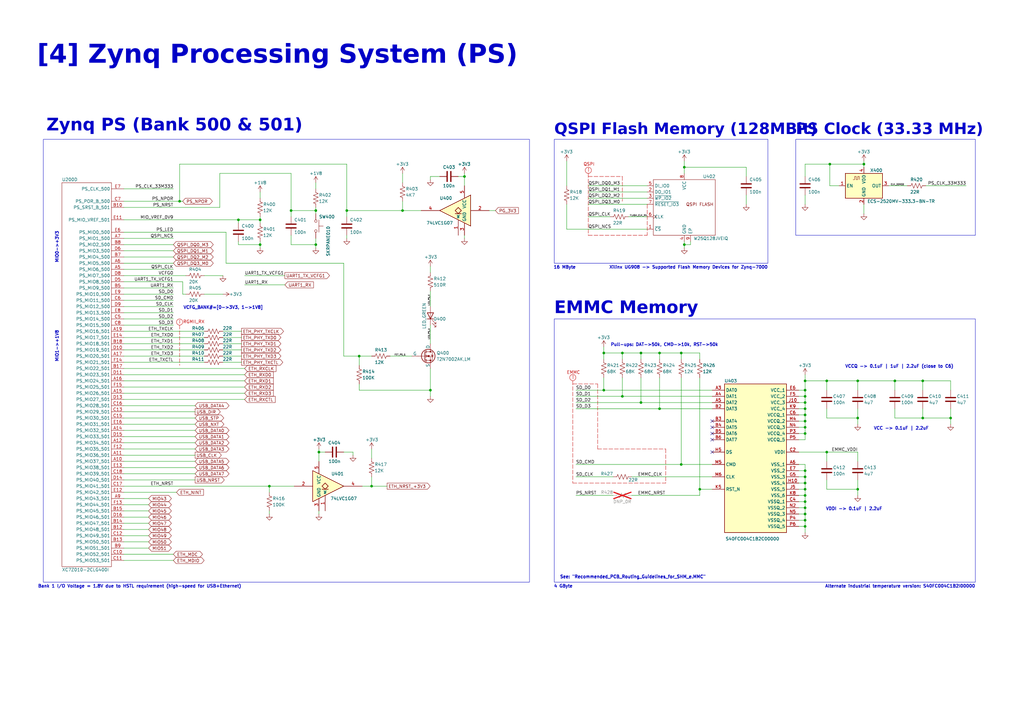
<source format=kicad_sch>
(kicad_sch (version 20231120) (generator "eeschema") (generator_version "8.0")
  (paper "A3")
  (title_block (title "Zynq Processing System") (date "2023-12-09") (rev "-") (company "Designed By: Dylan Gutierrez"))
  (junction (at 110.49 199.39))
  (junction (at 165.1 86.36))
  (junction (at 287.02 200.66))
  (junction (at 330.2 205.74))
  (junction (at 106.68 100.33))
  (junction (at 330.2 160.02))
  (junction (at 255.27 144.78))
  (junction (at 389.89 171.45))
  (junction (at 339.09 185.42))
  (junction (at 97.79 90.17))
  (junction (at 142.24 86.36))
  (junction (at 330.2 215.9))
  (junction (at 176.53 160.02))
  (junction (at 330.2 175.26))
  (junction (at 330.2 200.66))
  (junction (at 147.32 146.05))
  (junction (at 270.51 167.64))
  (junction (at 339.09 156.21))
  (junction (at 262.89 144.78))
  (junction (at 330.2 213.36))
  (junction (at 280.67 100.33))
  (junction (at 190.5 72.39))
  (junction (at 279.4 144.78))
  (junction (at 330.2 177.8))
  (junction (at 330.2 198.12))
  (junction (at 330.2 195.58))
  (junction (at 330.2 170.18))
  (junction (at 330.2 167.64))
  (junction (at 340.36 67.31))
  (junction (at 330.2 210.82))
  (junction (at 354.33 67.31))
  (junction (at 247.65 144.78))
  (junction (at 367.03 156.21))
  (junction (at 280.67 68.58))
  (junction (at 378.46 171.45))
  (junction (at 330.2 165.1))
  (junction (at 330.2 193.04))
  (junction (at 152.4 199.39))
  (junction (at 351.79 171.45))
  (junction (at 330.2 156.21))
  (junction (at 330.2 172.72))
  (junction (at 330.2 208.28))
  (junction (at 119.38 86.36))
  (junction (at 255.27 162.56))
  (junction (at 279.4 190.5))
  (junction (at 129.54 100.33))
  (junction (at 270.51 144.78))
  (junction (at 130.81 185.42))
  (junction (at 351.79 200.66))
  (junction (at 378.46 156.21))
  (junction (at 330.2 203.2))
  (junction (at 330.2 162.56))
  (junction (at 106.68 90.17))
  (junction (at 73.66 82.55))
  (junction (at 247.65 160.02))
  (junction (at 262.89 165.1))
  (junction (at 129.54 86.36))
  (junction (at 351.79 156.21))
  (no_connect (at 292.1 172.72))
  (no_connect (at 292.1 175.26))
  (no_connect (at 292.1 185.42))
  (no_connect (at 292.1 177.8))
  (no_connect (at 292.1 180.34))
  (wire (pts (xy 110.49 199.39) (xy 120.65 199.39)))
  (wire (pts (xy 306.07 80.01) (xy 306.07 83.82)))
  (wire (pts (xy 50.8 161.29) (xy 100.33 161.29)))
  (wire (pts (xy 190.5 96.52) (xy 190.5 97.79)))
  (wire (pts (xy 50.8 166.37) (xy 80.01 166.37)))
  (wire (pts (xy 236.22 167.64) (xy 270.51 167.64)))
  (wire (pts (xy 50.8 176.53) (xy 80.01 176.53)))
  (wire (pts (xy 147.32 146.05) (xy 152.4 146.05)))
  (wire (pts (xy 142.24 67.31) (xy 142.24 86.36)))
  (wire (pts (xy 327.66 210.82) (xy 330.2 210.82)))
  (wire (pts (xy 110.49 199.39) (xy 110.49 201.93)))
  (wire (pts (xy 351.79 156.21) (xy 351.79 160.02)))
  (wire (pts (xy 236.22 190.5) (xy 279.4 190.5)))
  (wire (pts (xy 83.82 120.65) (xy 91.44 120.65)))
  (wire (pts (xy 91.44 143.51) (xy 99.06 143.51)))
  (wire (pts (xy 367.03 167.64) (xy 367.03 171.45)))
  (wire (pts (xy 280.67 99.06) (xy 280.67 100.33)))
  (wire (pts (xy 190.5 71.12) (xy 190.5 72.39)))
  (wire (pts (xy 241.3 76.2) (xy 265.43 76.2)))
  (wire (pts (xy 327.66 177.8) (xy 330.2 177.8)))
  (wire (pts (xy 50.8 173.99) (xy 80.01 173.99)))
  (wire (pts (xy 147.32 157.48) (xy 147.32 160.02)))
  (wire (pts (xy 50.8 135.89) (xy 83.82 135.89)))
  (wire (pts (xy 236.22 203.2) (xy 251.46 203.2)))
  (wire (pts (xy 176.53 119.38) (xy 176.53 125.73)))
  (wire (pts (xy 152.4 195.58) (xy 152.4 199.39)))
  (wire (pts (xy 327.66 185.42) (xy 339.09 185.42)))
  (wire (pts (xy 106.68 100.33) (xy 106.68 99.06)))
  (wire (pts (xy 327.66 180.34) (xy 330.2 180.34)))
  (wire (pts (xy 280.67 68.58) (xy 306.07 68.58)))
  (wire (pts (xy 327.66 190.5) (xy 330.2 190.5)))
  (wire (pts (xy 50.8 105.41) (xy 71.12 105.41)))
  (wire (pts (xy 100.33 116.84) (xy 116.84 116.84)))
  (wire (pts (xy 351.79 200.66) (xy 351.79 203.2)))
  (wire (pts (xy 340.36 67.31) (xy 330.2 67.31)))
  (wire (pts (xy 148.59 199.39) (xy 152.4 199.39)))
  (wire (pts (xy 119.38 71.12) (xy 119.38 86.36)))
  (wire (pts (xy 330.2 190.5) (xy 330.2 193.04)))
  (wire (pts (xy 339.09 167.64) (xy 339.09 171.45)))
  (wire (pts (xy 50.8 100.33) (xy 71.12 100.33)))
  (wire (pts (xy 330.2 208.28) (xy 330.2 210.82)))
  (wire (pts (xy 339.09 156.21) (xy 351.79 156.21)))
  (wire (pts (xy 330.2 160.02) (xy 330.2 162.56)))
  (wire (pts (xy 176.53 160.02) (xy 176.53 162.56)))
  (wire (pts (xy 330.2 165.1) (xy 330.2 167.64)))
  (wire (pts (xy 339.09 185.42) (xy 351.79 185.42)))
  (wire (pts (xy 330.2 203.2) (xy 330.2 205.74)))
  (wire (pts (xy 119.38 86.36) (xy 119.38 88.9)))
  (wire (pts (xy 327.66 208.28) (xy 330.2 208.28)))
  (wire (pts (xy 389.89 171.45) (xy 389.89 167.64)))
  (wire (pts (xy 327.66 195.58) (xy 330.2 195.58)))
  (wire (pts (xy 241.3 81.28) (xy 265.43 81.28)))
  (wire (pts (xy 259.08 195.58) (xy 292.1 195.58)))
  (wire (pts (xy 262.89 144.78) (xy 270.51 144.78)))
  (wire (pts (xy 330.2 80.01) (xy 330.2 83.82)))
  (wire (pts (xy 327.66 205.74) (xy 330.2 205.74)))
  (wire (pts (xy 330.2 193.04) (xy 330.2 195.58)))
  (wire (pts (xy 270.51 144.78) (xy 279.4 144.78)))
  (wire (pts (xy 50.8 123.19) (xy 71.12 123.19)))
  (wire (pts (xy 129.54 97.79) (xy 129.54 100.33)))
  (wire (pts (xy 330.2 205.74) (xy 330.2 208.28)))
  (wire (pts (xy 379.73 76.2) (xy 396.24 76.2)))
  (wire (pts (xy 327.66 193.04) (xy 330.2 193.04)))
  (wire (pts (xy 327.66 172.72) (xy 330.2 172.72)))
  (wire (pts (xy 339.09 200.66) (xy 351.79 200.66)))
  (wire (pts (xy 140.97 107.95) (xy 140.97 146.05)))
  (wire (pts (xy 351.79 185.42) (xy 351.79 189.23)))
  (wire (pts (xy 262.89 165.1) (xy 292.1 165.1)))
  (wire (pts (xy 364.49 76.2) (xy 372.11 76.2)))
  (wire (pts (xy 83.82 113.03) (xy 91.44 113.03)))
  (wire (pts (xy 50.8 140.97) (xy 83.82 140.97)))
  (wire (pts (xy 92.71 95.25) (xy 92.71 107.95)))
  (wire (pts (xy 50.8 199.39) (xy 110.49 199.39)))
  (wire (pts (xy 367.03 156.21) (xy 367.03 160.02)))
  (polyline (pts (xy 245.11 157.48) (xy 245.11 184.15)) (stroke (width 0) (type dash) (color 194 0 0 1)))
  (wire (pts (xy 50.8 82.55) (xy 73.66 82.55)))
  (wire (pts (xy 255.27 154.94) (xy 255.27 162.56)))
  (wire (pts (xy 327.66 203.2) (xy 330.2 203.2)))
  (wire (pts (xy 50.8 146.05) (xy 83.82 146.05)))
  (wire (pts (xy 283.21 100.33) (xy 280.67 100.33)))
  (wire (pts (xy 140.97 146.05) (xy 147.32 146.05)))
  (wire (pts (xy 236.22 165.1) (xy 262.89 165.1)))
  (wire (pts (xy 378.46 167.64) (xy 378.46 171.45)))
  (wire (pts (xy 200.66 86.36) (xy 203.2 86.36)))
  (wire (pts (xy 279.4 154.94) (xy 279.4 190.5)))
  (wire (pts (xy 130.81 209.55) (xy 130.81 210.82)))
  (wire (pts (xy 327.66 167.64) (xy 330.2 167.64)))
  (wire (pts (xy 378.46 156.21) (xy 389.89 156.21)))
  (wire (pts (xy 119.38 100.33) (xy 129.54 100.33)))
  (wire (pts (xy 330.2 162.56) (xy 330.2 165.1)))
  (wire (pts (xy 130.81 185.42) (xy 133.35 185.42)))
  (wire (pts (xy 339.09 185.42) (xy 339.09 189.23)))
  (wire (pts (xy 50.8 184.15) (xy 80.01 184.15)))
  (wire (pts (xy 176.53 72.39) (xy 176.53 73.66)))
  (wire (pts (xy 147.32 160.02) (xy 176.53 160.02)))
  (wire (pts (xy 50.8 189.23) (xy 80.01 189.23)))
  (wire (pts (xy 50.8 77.47) (xy 71.12 77.47)))
  (wire (pts (xy 176.53 109.22) (xy 176.53 111.76)))
  (wire (pts (xy 90.17 85.09) (xy 90.17 71.12)))
  (wire (pts (xy 130.81 185.42) (xy 130.81 189.23)))
  (wire (pts (xy 50.8 179.07) (xy 80.01 179.07)))
  (wire (pts (xy 130.81 184.15) (xy 130.81 185.42)))
  (wire (pts (xy 327.66 165.1) (xy 330.2 165.1)))
  (wire (pts (xy 152.4 184.15) (xy 152.4 187.96)))
  (wire (pts (xy 50.8 156.21) (xy 100.33 156.21)))
  (wire (pts (xy 344.17 76.2) (xy 340.36 76.2)))
  (wire (pts (xy 50.8 158.75) (xy 100.33 158.75)))
  (wire (pts (xy 327.66 160.02) (xy 330.2 160.02)))
  (wire (pts (xy 50.8 115.57) (xy 74.93 115.57)))
  (wire (pts (xy 247.65 160.02) (xy 292.1 160.02)))
  (wire (pts (xy 270.51 154.94) (xy 270.51 167.64)))
  (wire (pts (xy 389.89 156.21) (xy 389.89 160.02)))
  (wire (pts (xy 283.21 99.06) (xy 283.21 100.33)))
  (wire (pts (xy 236.22 162.56) (xy 255.27 162.56)))
  (wire (pts (xy 287.02 203.2) (xy 287.02 200.66)))
  (wire (pts (xy 140.97 185.42) (xy 144.78 185.42)))
  (wire (pts (xy 129.54 86.36) (xy 129.54 87.63)))
  (wire (pts (xy 241.3 83.82) (xy 265.43 83.82)))
  (wire (pts (xy 147.32 146.05) (xy 147.32 149.86)))
  (wire (pts (xy 160.02 146.05) (xy 168.91 146.05)))
  (wire (pts (xy 270.51 144.78) (xy 270.51 147.32)))
  (polyline (pts (xy 241.3 72.39) (xy 255.27 72.39)) (stroke (width 0) (type dash) (color 194 0 0 1)))
  (wire (pts (xy 50.8 209.55) (xy 60.96 209.55)))
  (wire (pts (xy 129.54 100.33) (xy 129.54 101.6)))
  (wire (pts (xy 330.2 67.31) (xy 330.2 72.39)))
  (wire (pts (xy 255.27 144.78) (xy 255.27 147.32)))
  (wire (pts (xy 241.3 78.74) (xy 265.43 78.74)))
  (wire (pts (xy 354.33 83.82) (xy 354.33 87.63)))
  (wire (pts (xy 330.2 172.72) (xy 330.2 175.26)))
  (wire (pts (xy 262.89 144.78) (xy 262.89 147.32)))
  (wire (pts (xy 91.44 140.97) (xy 99.06 140.97)))
  (wire (pts (xy 327.66 215.9) (xy 330.2 215.9)))
  (wire (pts (xy 106.68 90.17) (xy 106.68 91.44)))
  (wire (pts (xy 232.41 83.82) (xy 232.41 93.98)))
  (wire (pts (xy 50.8 118.11) (xy 71.12 118.11)))
  (wire (pts (xy 255.27 162.56) (xy 292.1 162.56)))
  (wire (pts (xy 50.8 219.71) (xy 60.96 219.71)))
  (wire (pts (xy 340.36 67.31) (xy 340.36 76.2)))
  (wire (pts (xy 50.8 229.87) (xy 71.12 229.87)))
  (wire (pts (xy 106.68 78.74) (xy 106.68 81.28)))
  (wire (pts (xy 50.8 212.09) (xy 60.96 212.09)))
  (wire (pts (xy 50.8 110.49) (xy 71.12 110.49)))
  (wire (pts (xy 327.66 170.18) (xy 330.2 170.18)))
  (wire (pts (xy 339.09 156.21) (xy 339.09 160.02)))
  (wire (pts (xy 262.89 154.94) (xy 262.89 165.1)))
  (wire (pts (xy 180.34 72.39) (xy 176.53 72.39)))
  (wire (pts (xy 142.24 86.36) (xy 142.24 88.9)))
  (wire (pts (xy 50.8 85.09) (xy 90.17 85.09)))
  (polyline (pts (xy 241.3 71.12) (xy 241.3 96.52)) (stroke (width 0) (type dash) (color 194 0 0 1)))
  (wire (pts (xy 232.41 66.04) (xy 232.41 76.2)))
  (wire (pts (xy 367.03 156.21) (xy 378.46 156.21)))
  (wire (pts (xy 50.8 196.85) (xy 80.01 196.85)))
  (wire (pts (xy 236.22 160.02) (xy 247.65 160.02)))
  (wire (pts (xy 106.68 100.33) (xy 106.68 101.6)))
  (wire (pts (xy 142.24 86.36) (xy 165.1 86.36)))
  (wire (pts (xy 50.8 181.61) (xy 80.01 181.61)))
  (wire (pts (xy 236.22 195.58) (xy 251.46 195.58)))
  (wire (pts (xy 50.8 186.69) (xy 80.01 186.69)))
  (wire (pts (xy 351.79 171.45) (xy 351.79 173.99)))
  (wire (pts (xy 330.2 195.58) (xy 330.2 198.12)))
  (wire (pts (xy 330.2 170.18) (xy 330.2 172.72)))
  (wire (pts (xy 351.79 167.64) (xy 351.79 171.45)))
  (wire (pts (xy 50.8 224.79) (xy 60.96 224.79)))
  (wire (pts (xy 330.2 210.82) (xy 330.2 213.36)))
  (wire (pts (xy 50.8 113.03) (xy 76.2 113.03)))
  (wire (pts (xy 50.8 227.33) (xy 71.12 227.33)))
  (polyline (pts (xy 245.11 184.15) (xy 273.05 184.15)) (stroke (width 0) (type dash) (color 194 0 0 1)))
  (wire (pts (xy 287.02 200.66) (xy 292.1 200.66)))
  (wire (pts (xy 279.4 144.78) (xy 279.4 147.32)))
  (polyline (pts (xy 265.43 83.82) (xy 265.43 96.52)) (stroke (width 0) (type dash) (color 194 0 0 1)))
  (wire (pts (xy 330.2 153.67) (xy 330.2 156.21)))
  (wire (pts (xy 50.8 207.01) (xy 60.96 207.01)))
  (wire (pts (xy 327.66 213.36) (xy 330.2 213.36)))
  (wire (pts (xy 92.71 107.95) (xy 140.97 107.95)))
  (wire (pts (xy 50.8 151.13) (xy 100.33 151.13)))
  (wire (pts (xy 50.8 214.63) (xy 60.96 214.63)))
  (wire (pts (xy 119.38 86.36) (xy 129.54 86.36)))
  (wire (pts (xy 165.1 82.55) (xy 165.1 86.36)))
  (wire (pts (xy 73.66 67.31) (xy 73.66 82.55)))
  (wire (pts (xy 279.4 144.78) (xy 287.02 144.78)))
  (wire (pts (xy 378.46 171.45) (xy 389.89 171.45)))
  (wire (pts (xy 190.5 72.39) (xy 190.5 76.2)))
  (wire (pts (xy 73.66 67.31) (xy 142.24 67.31)))
  (wire (pts (xy 351.79 200.66) (xy 351.79 196.85)))
  (wire (pts (xy 389.89 171.45) (xy 389.89 173.99)))
  (wire (pts (xy 97.79 100.33) (xy 106.68 100.33)))
  (wire (pts (xy 97.79 90.17) (xy 97.79 91.44)))
  (wire (pts (xy 119.38 96.52) (xy 119.38 100.33)))
  (wire (pts (xy 50.8 120.65) (xy 71.12 120.65)))
  (wire (pts (xy 279.4 190.5) (xy 292.1 190.5)))
  (wire (pts (xy 367.03 171.45) (xy 378.46 171.45)))
  (wire (pts (xy 241.3 88.9) (xy 250.19 88.9)))
  (wire (pts (xy 327.66 162.56) (xy 330.2 162.56)))
  (wire (pts (xy 50.8 130.81) (xy 71.12 130.81)))
  (wire (pts (xy 90.17 71.12) (xy 119.38 71.12)))
  (wire (pts (xy 354.33 67.31) (xy 354.33 68.58)))
  (wire (pts (xy 106.68 88.9) (xy 106.68 90.17)))
  (wire (pts (xy 50.8 217.17) (xy 60.96 217.17)))
  (wire (pts (xy 50.8 143.51) (xy 83.82 143.51)))
  (wire (pts (xy 50.8 133.35) (xy 71.12 133.35)))
  (wire (pts (xy 74.93 120.65) (xy 74.93 115.57)))
  (wire (pts (xy 287.02 147.32) (xy 287.02 144.78)))
  (polyline (pts (xy 234.95 198.12) (xy 273.05 198.12)) (stroke (width 0) (type dash) (color 194 0 0 1)))
  (wire (pts (xy 100.33 113.03) (xy 116.84 113.03)))
  (wire (pts (xy 330.2 213.36) (xy 330.2 215.9)))
  (wire (pts (xy 165.1 71.12) (xy 165.1 74.93)))
  (wire (pts (xy 165.1 86.36) (xy 172.72 86.36)))
  (wire (pts (xy 91.44 146.05) (xy 99.06 146.05)))
  (wire (pts (xy 351.79 156.21) (xy 367.03 156.21)))
  (wire (pts (xy 330.2 177.8) (xy 330.2 180.34)))
  (wire (pts (xy 270.51 167.64) (xy 292.1 167.64)))
  (wire (pts (xy 327.66 200.66) (xy 330.2 200.66)))
  (wire (pts (xy 97.79 99.06) (xy 97.79 100.33)))
  (wire (pts (xy 50.8 102.87) (xy 71.12 102.87)))
  (polyline (pts (xy 73.66 133.35) (xy 73.66 149.86)) (stroke (width 0) (type dash) (color 194 0 0 1)))
  (wire (pts (xy 327.66 175.26) (xy 330.2 175.26)))
  (wire (pts (xy 247.65 154.94) (xy 247.65 160.02)))
  (wire (pts (xy 129.54 74.93) (xy 129.54 77.47)))
  (wire (pts (xy 50.8 138.43) (xy 83.82 138.43)))
  (wire (pts (xy 50.8 97.79) (xy 71.12 97.79)))
  (wire (pts (xy 50.8 194.31) (xy 80.01 194.31)))
  (wire (pts (xy 50.8 95.25) (xy 92.71 95.25)))
  (wire (pts (xy 50.8 163.83) (xy 100.33 163.83)))
  (wire (pts (xy 50.8 204.47) (xy 60.96 204.47)))
  (wire (pts (xy 354.33 66.04) (xy 354.33 67.31)))
  (wire (pts (xy 110.49 209.55) (xy 110.49 210.82)))
  (wire (pts (xy 97.79 90.17) (xy 106.68 90.17)))
  (wire (pts (xy 354.33 67.31) (xy 340.36 67.31)))
  (wire (pts (xy 255.27 144.78) (xy 262.89 144.78)))
  (wire (pts (xy 378.46 156.21) (xy 378.46 160.02)))
  (wire (pts (xy 144.78 185.42) (xy 144.78 186.69)))
  (wire (pts (xy 50.8 90.17) (xy 97.79 90.17)))
  (wire (pts (xy 330.2 175.26) (xy 330.2 177.8)))
  (wire (pts (xy 50.8 125.73) (xy 71.12 125.73)))
  (wire (pts (xy 142.24 96.52) (xy 142.24 97.79)))
  (wire (pts (xy 330.2 156.21) (xy 339.09 156.21)))
  (wire (pts (xy 247.65 144.78) (xy 255.27 144.78)))
  (polyline (pts (xy 255.27 72.39) (xy 255.27 82.55)) (stroke (width 0) (type dash) (color 194 0 0 1)))
  (wire (pts (xy 190.5 72.39) (xy 187.96 72.39)))
  (wire (pts (xy 339.09 171.45) (xy 351.79 171.45)))
  (wire (pts (xy 339.09 196.85) (xy 339.09 200.66)))
  (wire (pts (xy 265.43 93.98) (xy 232.41 93.98)))
  (wire (pts (xy 50.8 171.45) (xy 80.01 171.45)))
  (wire (pts (xy 280.67 100.33) (xy 280.67 101.6)))
  (wire (pts (xy 257.81 88.9) (xy 265.43 88.9)))
  (wire (pts (xy 50.8 153.67) (xy 100.33 153.67)))
  (polyline (pts (xy 234.95 157.48) (xy 245.11 157.48)) (stroke (width 0) (type dash) (color 194 0 0 1)))
  (wire (pts (xy 287.02 154.94) (xy 287.02 200.66)))
  (wire (pts (xy 247.65 142.24) (xy 247.65 144.78)))
  (wire (pts (xy 50.8 222.25) (xy 60.96 222.25)))
  (wire (pts (xy 50.8 168.91) (xy 80.01 168.91)))
  (wire (pts (xy 91.44 138.43) (xy 99.06 138.43)))
  (wire (pts (xy 280.67 66.04) (xy 280.67 68.58)))
  (wire (pts (xy 91.44 148.59) (xy 99.06 148.59)))
  (wire (pts (xy 259.08 203.2) (xy 287.02 203.2)))
  (wire (pts (xy 330.2 198.12) (xy 330.2 200.66)))
  (wire (pts (xy 76.2 120.65) (xy 74.93 120.65)))
  (wire (pts (xy 306.07 72.39) (xy 306.07 68.58)))
  (wire (pts (xy 129.54 86.36) (xy 129.54 85.09)))
  (wire (pts (xy 50.8 107.95) (xy 71.12 107.95)))
  (wire (pts (xy 152.4 199.39) (xy 158.75 199.39)))
  (wire (pts (xy 280.67 68.58) (xy 280.67 71.12)))
  (wire (pts (xy 50.8 191.77) (xy 80.01 191.77)))
  (wire (pts (xy 176.53 133.35) (xy 176.53 140.97)))
  (wire (pts (xy 330.2 215.9) (xy 330.2 218.44)))
  (wire (pts (xy 50.8 128.27) (xy 71.12 128.27)))
  (polyline (pts (xy 241.3 96.52) (xy 265.43 96.52)) (stroke (width 0) (type dash) (color 194 0 0 1)))
  (wire (pts (xy 50.8 201.93) (xy 72.39 201.93)))
  (polyline (pts (xy 273.05 184.15) (xy 273.05 198.12)) (stroke (width 0) (type dash) (color 194 0 0 1)))
  (wire (pts (xy 50.8 148.59) (xy 83.82 148.59)))
  (wire (pts (xy 330.2 156.21) (xy 330.2 160.02)))
  (wire (pts (xy 330.2 167.64) (xy 330.2 170.18)))
  (wire (pts (xy 91.44 135.89) (xy 99.06 135.89)))
  (wire (pts (xy 247.65 144.78) (xy 247.65 147.32)))
  (polyline (pts (xy 234.95 156.21) (xy 234.95 198.12)) (stroke (width 0) (type dash) (color 194 0 0 1)))
  (wire (pts (xy 327.66 198.12) (xy 330.2 198.12)))
  (wire (pts (xy 330.2 200.66) (xy 330.2 203.2)))
  (wire (pts (xy 73.66 82.55) (xy 74.93 82.55)))
  (wire (pts (xy 176.53 160.02) (xy 176.53 151.13)))
  (rectangle (start 227.33 57.15) (end 314.96 107.95))
  (rectangle (start 326.39 57.15) (end 400.05 96.52))
  (rectangle (start 227.33 130.81) (end 400.05 238.76))
  (circle (center 73.66 132.08) (radius 1.27) (stroke (width 0) (color 194 0 0 1)))
  (rectangle (start 17.78 57.15) (end 217.17 238.76))
  (circle (center 234.9343 154.8477) (radius 1.27) (stroke (width 0) (color 194 0 0 1)))
  (circle (center 241.3 69.85) (radius 1.27) (stroke (width 0) (color 194 0 0 1)))
  (text "VCFG_BANK#=[0->3V3, 1->1V8]" (at 107.95 127 0) (effects (font (size 1.27 1.27) (thickness 0.254) (bold yes)) (justify right bottom)))
  (text "16 MByte" (at 236.22 110.49 0) (effects (font (size 1.27 1.27) (thickness 0.254) (bold yes)) (justify right bottom)))
  (text "i" (at 240.9901 70.7795 0) (effects (font (size 1.27 1.27)) (justify left bottom)))
  (text "i" (at 73.3501 133.0095 0) (effects (font (size 1.27 1.27)) (justify left bottom)))
  (text "See: \"Recommended_PCB_Routing_Guidelines_for_SHM_e.MMC\"" (at 289.56 237.49 0) (effects (font (size 1.27 1.27) (thickness 0.254) (bold yes)) (justify right bottom)))
  (text "EMMC Memory" (at 227.33 130.81 0) (effects (font (size 5.08 5.08) (thickness 0.508) (bold yes) (italic yes)) (justify left bottom)))
  (text "MIO1->+1V8" (at 24.13 148.59 90) (effects (font (size 1.27 1.27) (thickness 0.254) (bold yes)) (justify left bottom)))
  (text "Xilinx UG908 -> Supported Flash Memory Devices for Zynq-7000" (at 314.96 110.49 0) (effects (font (size 1.27 1.27) (thickness 0.254) (bold yes)) (justify right bottom)))
  (text "VDDI -> 0.1uF | 2.2uF" (at 361.95 209.55 0) (effects (font (size 1.27 1.27) (thickness 0.254) (bold yes)) (justify right bottom)))
  (text "VCC -> 0.1uF | 2.2uF" (at 381 176.53 0) (effects (font (size 1.27 1.27) (thickness 0.254) (bold yes)) (justify right bottom)))
  (text "Zynq PS (Bank 500 & 501)" (at 19.05 55.88 0) (effects (font (size 5.08 5.08) (thickness 0.508) (bold yes) (italic yes)) (justify left bottom)))
  (text "RGMII_RX" (at 75.0825 132.9092 0) (effects (font (size 1.27 1.27)) (justify left bottom)))
  (text "QSPI" (at 239.2667 68.279 0) (effects (font (size 1.27 1.27)) (justify left bottom)))
  (text "Alternate industrial temperature version: S40FC004C1B2I00000" (at 400.05 241.3 0) (effects (font (size 1.27 1.27) (thickness 0.254) (bold yes)) (justify right bottom)))
  (text "Pull-ups: DAT->50k, CMD->10k, RST->50k\n" (at 294.64 142.24 0) (effects (font (size 1.27 1.27) (thickness 0.254) (bold yes)) (justify right bottom)))
  (text "VCCQ -> 0.1uF | 1uF | 2.2uF (close to C6)" (at 391.16 151.13 0) (effects (font (size 1.27 1.27) (thickness 0.254) (bold yes)) (justify right bottom)))
  (text "i" (at 234.6244 155.7772 0) (effects (font (size 1.27 1.27)) (justify left bottom)))
  (text "Bank 1 I/O Voltage = 1.8V due to HSTL requirement (high-speed for USB+Ethernet)" (at 99.06 241.3 0) (effects (font (size 1.27 1.27) (thickness 0.254) (bold yes)) (justify right bottom)))
  (text "EMMC" (at 232.41 153.67 0) (effects (font (size 1.27 1.27)) (justify left bottom)))
  (text "4 GByte\n" (at 234.95 241.3 0) (effects (font (size 1.27 1.27) (thickness 0.254) (bold yes)) (justify right bottom)))
  (text "QSPI Flash Memory (128MBit)" (at 227.33 57.15 0) (effects (font (size 4.572 4.572) (thickness 0.508) (bold yes) (italic yes)) (justify left bottom)))
  (text "[4] Zynq Processing System (PS)" (at 15.24 29.21 0) (effects (font (size 7.62 7.62) (thickness 1.016) (bold yes)) (justify left bottom)))
  (text "PS Clock (33.33 MHz)" (at 326.39 57.15 0) (effects (font (size 4.572 4.572) (thickness 0.508) (bold yes) (italic yes)) (justify left bottom)))
  (text "MIO0->+3V3" (at 24.13 107.95 90) (effects (font (size 1.27 1.27) (thickness 0.254) (bold yes)) (justify left bottom)))
  (label "PS_CLK_33M333" (at 396.24 76.2 180))
  (label "MIO_VREF_0V9" (at 71.12 90.17 180))
  (label "EMMC_VDDI" (at 351.79 185.42 180))
  (label "SD_CMD" (at 71.12 123.19 180))
  (label "SD_D2" (at 236.22 165.1 0))
  (label "PS_NPOR" (at 71.12 82.55 180))
  (label "SD_CMD" (at 236.22 190.5 0))
  (label "SD_CLK" (at 236.22 195.58 0))
  (label "SD_D1" (at 236.22 162.56 0))
  (label "PS_LED" (at 71.12 95.25 180))
  (label "LED_PS_A" (at 176.53 134.62 270) (effects (font (size 0.635 0.635) (bold yes))))
  (label "ETH_TXD3" (at 71.12 146.05 180))
  (label "QSPI_NCS" (at 241.3 93.98 0))
  (label "LED_PS_K" (at 176.53 120.65 270) (effects (font (size 0.635 0.635) (bold yes))))
  (label "CLK_33M33" (at 370.84 76.2 180) (effects (font (size 0.635 0.635) (bold yes))))
  (label "ETH_NRST" (at 71.12 199.39 180))
  (label "ETH_TXD0" (at 71.12 138.43 180))
  (label "PS_NRST" (at 71.12 85.09 180))
  (label "SD_D2" (at 71.12 130.81 180))
  (label "QSPI_CLK" (at 71.12 110.49 180))
  (label "QSPI_DQ1_M1" (at 241.3 78.74 0))
  (label "EMMC_CLK" (at 261.62 195.58 0))
  (label "ETH_TXD1" (at 71.12 140.97 180))
  (label "QSPI_DQ0_M3" (at 241.3 76.2 0))
  (label "SD_D1" (at 71.12 128.27 180))
  (label "SD_D0" (at 236.22 160.02 0))
  (label "UART1_RX" (at 71.12 118.11 180))
  (label "ETH_TXCTL" (at 71.12 148.59 180))
  (label "SD_D3" (at 71.12 133.35 180))
  (label "UART1_TX_VCFG1" (at 71.12 115.57 180))
  (label "SD_D3" (at 236.22 167.64 0))
  (label "UART1_RX" (at 100.33 116.84 0))
  (label "ETH_TXD2" (at 71.12 143.51 180))
  (label "QSPI_NCS" (at 71.12 97.79 180))
  (label "SD_D0" (at 71.12 120.65 180))
  (label "PS_NRST" (at 236.22 203.2 0))
  (label "EMMC_NRST" (at 261.62 203.2 0))
  (label "ETH_TXCLK" (at 71.12 135.89 180))
  (label "QSPI_DQ3_M0" (at 241.3 83.82 0))
  (label "FLASH_CLK_M4" (at 265.43 88.9 180) (effects (font (size 0.635 0.635) (bold yes))))
  (label "QSPI_CLK" (at 241.3 88.9 0))
  (label "FET_PS_G" (at 166.37 146.05 180) (effects (font (size 0.635 0.635) (bold yes))))
  (label "QSPI_DQ2_M2" (at 241.3 81.28 0))
  (label "UART1_TX_VCFG1" (at 100.33 113.03 0))
  (label "VCFG0" (at 71.12 113.03 180))
  (label "PS_CLK_33M333" (at 71.12 77.47 180))
  (label "SD_CLK" (at 71.12 125.73 180))
  (global_label "MIO49" (shape bidirectional) (at 60.96 219.71 0) (property "Intersheetrefs" "${INTERSHEET_REFS}" (effects (hide yes))))
  (global_label "MIO48" (shape bidirectional) (at 60.96 217.17 0) (property "Intersheetrefs" "${INTERSHEET_REFS}" (effects (hide yes))))
  (global_label "USB_DATA5" (shape bidirectional) (at 80.01 189.23 0) (property "Intersheetrefs" "${INTERSHEET_REFS}" (effects (hide yes))))
  (global_label "PG_3V3" (shape input) (at 203.2 86.36 0) (property "Intersheetrefs" "${INTERSHEET_REFS}" (effects (hide yes))))
  (global_label "QSPI_DQ2_M2" (shape bidirectional) (at 71.12 105.41 0) (property "Intersheetrefs" "${INTERSHEET_REFS}" (effects (hide yes))))
  (global_label "ETH_RXD2" (shape input) (at 100.33 158.75 0) (property "Intersheetrefs" "${INTERSHEET_REFS}" (effects (hide yes))))
  (global_label "ETH_RXD0" (shape input) (at 100.33 153.67 0) (property "Intersheetrefs" "${INTERSHEET_REFS}" (effects (hide yes))))
  (global_label "MIO47" (shape bidirectional) (at 60.96 214.63 0) (property "Intersheetrefs" "${INTERSHEET_REFS}" (effects (hide yes))))
  (global_label "ETH_RXCTL" (shape input) (at 100.33 163.83 0) (property "Intersheetrefs" "${INTERSHEET_REFS}" (effects (hide yes))))
  (global_label "QSPI_DQ1_M1" (shape bidirectional) (at 71.12 102.87 0) (property "Intersheetrefs" "${INTERSHEET_REFS}" (effects (hide yes))))
  (global_label "USB_DATA6" (shape bidirectional) (at 80.01 191.77 0) (property "Intersheetrefs" "${INTERSHEET_REFS}" (effects (hide yes))))
  (global_label "QSPI_DQ3_M0" (shape bidirectional) (at 71.12 107.95 0) (property "Intersheetrefs" "${INTERSHEET_REFS}" (effects (hide yes))))
  (global_label "ETH_PHY_TXD1" (shape output) (at 99.06 140.97 0) (property "Intersheetrefs" "${INTERSHEET_REFS}" (effects (hide yes))))
  (global_label "USB_DATA2" (shape bidirectional) (at 80.01 181.61 0) (property "Intersheetrefs" "${INTERSHEET_REFS}" (effects (hide yes))))
  (global_label "ETH_RXCLK" (shape input) (at 100.33 151.13 0) (property "Intersheetrefs" "${INTERSHEET_REFS}" (effects (hide yes))))
  (global_label "QSPI_DQ0_M3" (shape bidirectional) (at 71.12 100.33 0) (property "Intersheetrefs" "${INTERSHEET_REFS}" (effects (hide yes))))
  (global_label "USB_NXT" (shape bidirectional) (at 80.01 173.99 0) (property "Intersheetrefs" "${INTERSHEET_REFS}" (effects (hide yes))))
  (global_label "USB_CLK" (shape output) (at 80.01 186.69 0) (property "Intersheetrefs" "${INTERSHEET_REFS}" (effects (hide yes))))
  (global_label "USB_DIR" (shape output) (at 80.01 168.91 0) (property "Intersheetrefs" "${INTERSHEET_REFS}" (effects (hide yes))))
  (global_label "USB_STP" (shape bidirectional) (at 80.01 171.45 0) (property "Intersheetrefs" "${INTERSHEET_REFS}" (effects (hide yes))))
  (global_label "ETH_PHY_TXCTL" (shape output) (at 99.06 148.59 0) (property "Intersheetrefs" "${INTERSHEET_REFS}" (effects (hide yes))))
  (global_label "USB_DATA7" (shape bidirectional) (at 80.01 194.31 0) (property "Intersheetrefs" "${INTERSHEET_REFS}" (effects (hide yes))))
  (global_label "ETH_RXD3" (shape input) (at 100.33 161.29 0) (property "Intersheetrefs" "${INTERSHEET_REFS}" (effects (hide yes))))
  (global_label "MIO50" (shape bidirectional) (at 60.96 222.25 0) (property "Intersheetrefs" "${INTERSHEET_REFS}" (effects (hide yes))))
  (global_label "USB_DATA0" (shape bidirectional) (at 80.01 176.53 0) (property "Intersheetrefs" "${INTERSHEET_REFS}" (effects (hide yes))))
  (global_label "MIO43" (shape bidirectional) (at 60.96 204.47 0) (property "Intersheetrefs" "${INTERSHEET_REFS}" (effects (hide yes))))
  (global_label "MIO45" (shape bidirectional) (at 60.96 209.55 0) (property "Intersheetrefs" "${INTERSHEET_REFS}" (effects (hide yes))))
  (global_label "ETH_PHY_TXD0" (shape output) (at 99.06 138.43 0) (property "Intersheetrefs" "${INTERSHEET_REFS}" (effects (hide yes))))
  (global_label "MIO46" (shape bidirectional) (at 60.96 212.09 0) (property "Intersheetrefs" "${INTERSHEET_REFS}" (effects (hide yes))))
  (global_label "ETH_NRST_+3V3" (shape output) (at 158.75 199.39 0) (property "Intersheetrefs" "${INTERSHEET_REFS}" (effects (hide yes))))
  (global_label "ETH_NINT" (shape input) (at 72.39 201.93 0) (property "Intersheetrefs" "${INTERSHEET_REFS}" (effects (hide yes))))
  (global_label "USB_DATA1" (shape bidirectional) (at 80.01 179.07 0) (property "Intersheetrefs" "${INTERSHEET_REFS}" (effects (hide yes))))
  (global_label "PS_NPOR" (shape bidirectional) (at 74.93 82.55 0) (property "Intersheetrefs" "${INTERSHEET_REFS}" (effects (hide yes))))
  (global_label "UART1_TX_VCFG1" (shape output) (at 116.84 113.03 0) (property "Intersheetrefs" "${INTERSHEET_REFS}" (effects (hide yes))))
  (global_label "ETH_PHY_TXD3" (shape output) (at 99.06 146.05 0) (property "Intersheetrefs" "${INTERSHEET_REFS}" (effects (hide yes))))
  (global_label "UART1_RX" (shape input) (at 116.84 116.84 0) (property "Intersheetrefs" "${INTERSHEET_REFS}" (effects (hide yes))))
  (global_label "MIO44" (shape bidirectional) (at 60.96 207.01 0) (property "Intersheetrefs" "${INTERSHEET_REFS}" (effects (hide yes))))
  (global_label "ETH_MDC" (shape bidirectional) (at 71.12 227.33 0) (property "Intersheetrefs" "${INTERSHEET_REFS}" (effects (hide yes))))
  (global_label "USB_DATA3" (shape bidirectional) (at 80.01 184.15 0) (property "Intersheetrefs" "${INTERSHEET_REFS}" (effects (hide yes))))
  (global_label "USB_NRST" (shape output) (at 80.01 196.85 0) (property "Intersheetrefs" "${INTERSHEET_REFS}" (effects (hide yes))))
  (global_label "ETH_MDIO" (shape bidirectional) (at 71.12 229.87 0) (property "Intersheetrefs" "${INTERSHEET_REFS}" (effects (hide yes))))
  (global_label "ETH_PHY_TXCLK" (shape output) (at 99.06 135.89 0) (property "Intersheetrefs" "${INTERSHEET_REFS}" (effects (hide yes))))
  (global_label "ETH_RXD1" (shape input) (at 100.33 156.21 0) (property "Intersheetrefs" "${INTERSHEET_REFS}" (effects (hide yes))))
  (global_label "USB_DATA4" (shape bidirectional) (at 80.01 166.37 0) (property "Intersheetrefs" "${INTERSHEET_REFS}" (effects (hide yes))))
  (global_label "MIO51" (shape bidirectional) (at 60.96 224.79 0) (property "Intersheetrefs" "${INTERSHEET_REFS}" (effects (hide yes))))
  (global_label "ETH_PHY_TXD2" (shape output) (at 99.06 143.51 0) (property "Intersheetrefs" "${INTERSHEET_REFS}" (effects (hide yes))))
  (symbol (lib_id "Device:C") (at 184.15 72.39 270) (mirror x) (unit 1)
    (property "Reference" "C403" (at 181.61 68.58 90) (effects (justify left)))
    (property "Value" "100n" (at 181.61 76.2 90) (effects (justify left)))
    (property "Footprint" "Capacitor_SMD:C_0402_1005Metric" (effects (hide yes)))
    (property "Datasheet" "https://datasheet.lcsc.com/lcsc/2304140030_YAGEO-CC0402KRX5R8BB104_C106256.pdf" (effects (hide yes)))
    (property "Description" "25V 100nF X5R ±10% 0402 Multilayer Ceramic Capacitors MLCC - SMD/SMT ROHS" (effects (hide yes)))
    (property "Distributor Link" "https://www.lcsc.com/product-detail/Multilayer-Ceramic-Capacitors-MLCC-SMD-SMT_YAGEO-CC0402KRX5R8BB104_C106256.html" (effects (hide yes)))
    (property "LCSC PN" "C106256" (effects (hide yes)))
    (property "Manufacturer" "YAGEO" (effects (hide yes)))
    (property "Manufacturer PN" "CC0402KRX5R8BB104" (effects (hide yes)))
  )
  (symbol (lib_id "power:+3V3") (at 247.65 142.24 0) (mirror y) (unit 1)
    (property "Reference" "#PWR0124" (effects (hide yes)))
    (property "Value" "+3V3" (at 250.19 138.43 0) (effects (justify left)))
  )
  (symbol (lib_id "power:+3V3") (at 280.67 66.04 0) (mirror y) (unit 1)
    (property "Reference" "#PWR0117" (effects (hide yes)))
    (property "Value" "+3V3" (at 283.21 62.23 0) (effects (justify left)))
  )
  (symbol (lib_id "Device:C") (at 339.09 193.04 0) (unit 1)
    (property "Reference" "C412" (at 341.63 191.77 0) (effects (justify left)))
    (property "Value" "100n" (at 341.63 194.31 0) (effects (justify left)))
    (property "Footprint" "Capacitor_SMD:C_0402_1005Metric" (effects (hide yes)))
    (property "Datasheet" "https://datasheet.lcsc.com/lcsc/2304140030_YAGEO-CC0402KRX5R8BB104_C106256.pdf" (effects (hide yes)))
    (property "Description" "25V 100nF X5R ±10% 0402 Multilayer Ceramic Capacitors MLCC - SMD/SMT ROHS" (effects (hide yes)))
    (property "Distributor Link" "https://www.lcsc.com/product-detail/Multilayer-Ceramic-Capacitors-MLCC-SMD-SMT_YAGEO-CC0402KRX5R8BB104_C106256.html" (effects (hide yes)))
    (property "LCSC PN" "C106256" (effects (hide yes)))
    (property "Manufacturer" "YAGEO" (effects (hide yes)))
    (property "Manufacturer PN" "CC0402KRX5R8BB104" (effects (hide yes)))
  )
  (symbol (lib_id "power:GND") (at 142.24 97.79 0) (mirror y) (unit 1)
    (property "Reference" "#PWR0110" (effects (hide yes)))
    (property "Value" "GND" (effects (hide yes)))
  )
  (symbol (lib_id "Device:C") (at 351.79 163.83 180) (unit 1)
    (property "Reference" "C408" (at 359.41 162.56 0) (effects (justify left)))
    (property "Value" "4u7" (at 358.14 165.1 0) (effects (justify left)))
    (property "Footprint" "Capacitor_SMD:C_0402_1005Metric" (effects (hide yes)))
    (property "Datasheet" "https://datasheet.lcsc.com/lcsc/2304140030_Samsung-Electro-Mechanics-CL05A475MP5NRNC_C23733.pdf" (effects (hide yes)))
    (property "Description" "10V 4.7uF X5R ±20% 0402 Multilayer Ceramic Capacitors MLCC - SMD/SMT ROHS" (effects (hide yes)))
    (property "Distributor Link" "https://www.lcsc.com/product-detail/Multilayer-Ceramic-Capacitors-MLCC-SMD-SMT_Samsung-Electro-Mechanics-CL05A475MP5NRNC_C23733.html" (effects (hide yes)))
    (property "LCSC PN" "C23733" (effects (hide yes)))
    (property "Manufacturer" "Samsung" (effects (hide yes)))
    (property "Manufacturer PN" "CL05A475MP5NRNC" (effects (hide yes)))
  )
  (symbol (lib_id "74xGxx:74LVC1G07") (at 185.42 86.36 0) (mirror y) (unit 1)
    (property "Reference" "U400" (at 182.88 81.28 0))
    (property "Value" "74LVC1G07" (at 180.34 91.44 0))
    (property "Footprint" "Package_TO_SOT_SMD:SOT-23-5" (effects (hide yes)))
    (property "Datasheet" "https://www.ti.com/lit/ds/symlink/sn74lvc1g07.pdf" (effects (hide yes)))
    (property "Description" "32mA 1 1.65V~5.5V 1 SOT-23-5 Buffer/Driver/Transceiver" (effects (hide yes)))
    (property "Distributor Link" "https://www.lcsc.com/product-detail/Buffer-Driver-Transceiver_Texas-Instruments-SN74LVC1G07DBVT_C2867373.html" (effects (hide yes)))
    (property "LCSC PN" "C2867373" (effects (hide yes)))
    (property "Manufacturer" "Texas Instruments" (effects (hide yes)))
    (property "Manufacturer PN" "SN74LVC1G07DBVT" (effects (hide yes)))
  )
  (symbol (lib_id "power:GND") (at 144.78 186.69 0) (unit 1)
    (property "Reference" "#PWR0104" (effects (hide yes)))
    (property "Value" "GND" (effects (hide yes)))
  )
  (symbol (lib_id "ZeBra-X:S40FC004C1B2C00000") (at 309.88 195.58 0) (unit 1)
    (property "Reference" "U403" (at 299.72 156.21 0))
    (property "Value" "S40FC004C1B2C00000" (at 308.61 220.98 0))
    (property "Footprint" "ZeBra_footprints:BGA153C50P14X14_900X750X80" (effects (hide yes)))
    (property "Datasheet" "http://www.skyhighmemory.com/download/dataSheet/002-01112.pdf" (effects (hide yes)))
    (property "Description" "eMMC 4GB e.MMC5.1 BGA 9.0 x 7.5 x 0.8 mm with tray packing" (effects (hide yes)))
    (property "Manufacturer" "SkyHigh Memory" (effects (hide yes)))
    (property "Manufacturer PN" "S40FC004C1B2C00000" (effects (hide yes)))
    (property "Distributor Link" "https://www.mouser.com/ProductDetail/SkyHigh-Memory/S40FC004C1B2C00000?qs=OlC7AqGiEDnnqQ4BF5kidg%3D%3D" (effects (hide yes)))
  )
  (symbol (lib_id "power:+1V8") (at 106.68 78.74 0) (unit 1)
    (property "Reference" "#PWR0112" (effects (hide yes)))
    (property "Value" "+1V8" (at 106.68 74.93 0))
  )
  (symbol (lib_id "Device:C") (at 367.03 163.83 0) (unit 1)
    (property "Reference" "C409" (at 369.57 162.56 0) (effects (justify left)))
    (property "Value" "100n" (at 369.57 165.1 0) (effects (justify left)))
    (property "Footprint" "Capacitor_SMD:C_0402_1005Metric" (effects (hide yes)))
    (property "Datasheet" "https://datasheet.lcsc.com/lcsc/2304140030_YAGEO-CC0402KRX5R8BB104_C106256.pdf" (effects (hide yes)))
    (property "Description" "25V 100nF X5R ±10% 0402 Multilayer Ceramic Capacitors MLCC - SMD/SMT ROHS" (effects (hide yes)))
    (property "Distributor Link" "https://www.lcsc.com/product-detail/Multilayer-Ceramic-Capacitors-MLCC-SMD-SMT_YAGEO-CC0402KRX5R8BB104_C106256.html" (effects (hide yes)))
    (property "LCSC PN" "C106256" (effects (hide yes)))
    (property "Manufacturer" "YAGEO" (effects (hide yes)))
    (property "Manufacturer PN" "CC0402KRX5R8BB104" (effects (hide yes)))
  )
  (symbol (lib_id "74xGxx:74LVC1G07") (at 135.89 199.39 0) (unit 1)
    (property "Reference" "U401" (at 138.43 194.31 0))
    (property "Value" "74LVC1G07" (at 140.97 204.47 0))
    (property "Footprint" "Package_TO_SOT_SMD:SOT-23-5" (effects (hide yes)))
    (property "Datasheet" "https://www.ti.com/lit/ds/symlink/sn74lvc1g07.pdf" (effects (hide yes)))
    (property "Description" "32mA 1 1.65V~5.5V 1 SOT-23-5 Buffer/Driver/Transceiver" (effects (hide yes)))
    (property "Distributor Link" "https://www.lcsc.com/product-detail/Buffer-Driver-Transceiver_Texas-Instruments-SN74LVC1G07DBVT_C2867373.html" (effects (hide yes)))
    (property "LCSC PN" "C2867373" (effects (hide yes)))
    (property "Manufacturer" "Texas Instruments" (effects (hide yes)))
    (property "Manufacturer PN" "SN74LVC1G07DBVT" (effects (hide yes)))
  )
  (symbol (lib_id "Device:R_US") (at 255.27 195.58 90) (unit 1)
    (property "Reference" "R427" (at 251.46 194.31 90) (effects (justify left)))
    (property "Value" "22R" (at 261.62 196.85 90) (effects (justify left)))
    (property "Footprint" "Resistor_SMD:R_0402_1005Metric" (effects (hide yes)))
    (property "Datasheet" "https://datasheet.lcsc.com/lcsc/2304140030_YAGEO-RC0402FR-0722RL_C114765.pdf" (effects (hide yes)))
    (property "Description" "62.5mW Thick Film Resistors 50V ±100ppm/℃ ±1% 22Ω 0402 Chip Resistor - Surface Mount" (effects (hide yes)))
    (property "Distributor Link" "https://www.lcsc.com/product-detail/Chip-Resistor-Surface-Mount_YAGEO-RC0402FR-0722RL_C114765.html" (effects (hide yes)))
    (property "LCSC PN" "C114765" (effects (hide yes)))
    (property "Manufacturer" "YAGEO" (effects (hide yes)))
    (property "Manufacturer PN" "RC0402FR-0722RL" (effects (hide yes)))
  )
  (symbol (lib_id "power:GND") (at 280.67 101.6 0) (mirror y) (unit 1)
    (property "Reference" "#PWR0119" (effects (hide yes)))
    (property "Value" "GND" (effects (hide yes)))
  )
  (symbol (lib_id "Device:C") (at 97.79 95.25 0) (unit 1)
    (property "Reference" "C400" (at 99.06 92.71 0) (effects (justify left)))
    (property "Value" "100n" (at 99.06 97.79 0) (effects (justify left)))
    (property "Footprint" "Capacitor_SMD:C_0402_1005Metric" (effects (hide yes)))
    (property "Datasheet" "https://datasheet.lcsc.com/lcsc/2304140030_YAGEO-CC0402KRX5R8BB104_C106256.pdf" (effects (hide yes)))
    (property "Description" "25V 100nF X5R ±10% 0402 Multilayer Ceramic Capacitors MLCC - SMD/SMT ROHS" (effects (hide yes)))
    (property "Distributor Link" "https://www.lcsc.com/product-detail/Multilayer-Ceramic-Capacitors-MLCC-SMD-SMT_YAGEO-CC0402KRX5R8BB104_C106256.html" (effects (hide yes)))
    (property "LCSC PN" "C106256" (effects (hide yes)))
    (property "Manufacturer" "YAGEO" (effects (hide yes)))
    (property "Manufacturer PN" "CC0402KRX5R8BB104" (effects (hide yes)))
  )
  (symbol (lib_id "Device:R_US") (at 129.54 81.28 180) (unit 1)
    (property "Reference" "R402" (at 135.89 80.01 0) (effects (justify left)))
    (property "Value" "12K" (at 134.62 82.55 0) (effects (justify left)))
    (property "Footprint" "Resistor_SMD:R_0402_1005Metric" (effects (hide yes)))
    (property "Datasheet" "https://datasheet.lcsc.com/lcsc/2304140030_RALEC-RTT021202FTH_C102781.pdf" (effects (hide yes)))
    (property "Description" "62.5mW Thick Film Resistors ±100ppm/℃ ±1% 12kΩ 0402 Chip Resistor - Surface Mount ROHS" (effects (hide yes)))
    (property "Distributor Link" "https://www.lcsc.com/product-detail/Chip-Resistor-Surface-Mount_RALEC-RTT021202FTH_C102781.html" (effects (hide yes)))
    (property "LCSC PN" "C102781" (effects (hide yes)))
    (property "Manufacturer" "RALEC" (effects (hide yes)))
    (property "Manufacturer PN" "RTT021202FTH" (effects (hide yes)))
  )
  (symbol (lib_id "power:GND") (at 306.07 83.82 0) (mirror y) (unit 1)
    (property "Reference" "#PWR0118" (effects (hide yes)))
    (property "Value" "GND" (effects (hide yes)))
  )
  (symbol (lib_id "power:GND") (at 129.54 101.6 0) (mirror y) (unit 1)
    (property "Reference" "#PWR0114" (effects (hide yes)))
    (property "Value" "GND" (effects (hide yes)))
  )
  (symbol (lib_id "power:+3V3") (at 330.2 153.67 0) (mirror y) (unit 1)
    (property "Reference" "#PWR0126" (effects (hide yes)))
    (property "Value" "+3V3" (at 332.74 149.86 0) (effects (justify left)))
  )
  (symbol (lib_id "Device:C") (at 339.09 163.83 0) (unit 1)
    (property "Reference" "C407" (at 341.63 162.56 0) (effects (justify left)))
    (property "Value" "100n" (at 341.63 165.1 0) (effects (justify left)))
    (property "Footprint" "Capacitor_SMD:C_0402_1005Metric" (effects (hide yes)))
    (property "Datasheet" "https://datasheet.lcsc.com/lcsc/2304140030_YAGEO-CC0402KRX5R8BB104_C106256.pdf" (effects (hide yes)))
    (property "Description" "25V 100nF X5R ±10% 0402 Multilayer Ceramic Capacitors MLCC - SMD/SMT ROHS" (effects (hide yes)))
    (property "Distributor Link" "https://www.lcsc.com/product-detail/Multilayer-Ceramic-Capacitors-MLCC-SMD-SMT_YAGEO-CC0402KRX5R8BB104_C106256.html" (effects (hide yes)))
    (property "LCSC PN" "C106256" (effects (hide yes)))
    (property "Manufacturer" "YAGEO" (effects (hide yes)))
    (property "Manufacturer PN" "CC0402KRX5R8BB104" (effects (hide yes)))
  )
  (symbol (lib_id "Device:R_US") (at 247.65 151.13 0) (unit 1)
    (property "Reference" "R421" (at 248.92 149.86 0) (effects (justify left)))
    (property "Value" "68K" (at 248.92 152.4 0) (effects (justify left)))
    (property "Footprint" "Resistor_SMD:R_0402_1005Metric" (effects (hide yes)))
    (property "Datasheet" "https://datasheet.lcsc.com/lcsc/2304140030_YAGEO-RC0402FR-0768KL_C137947.pdf" (effects (hide yes)))
    (property "Description" "62.5mW Thick Film Resistors ±100ppm/℃ ±1% 68kΩ 0402 Chip Resistor - Surface Mount ROHS" (effects (hide yes)))
    (property "Distributor Link" "https://www.lcsc.com/product-detail/Chip-Resistor-Surface-Mount_YAGEO-RC0402FR-0768KL_C137947.html" (effects (hide yes)))
    (property "LCSC PN" "C137947" (effects (hide yes)))
    (property "Manufacturer" "YAGEO" (effects (hide yes)))
    (property "Manufacturer PN" "RC0402FR-0768KL" (effects (hide yes)))
  )
  (symbol (lib_id "Device:R_US") (at 165.1 78.74 0) (unit 1)
    (property "Reference" "R403" (at 166.37 77.47 0) (effects (justify left)))
    (property "Value" "4K7" (at 166.37 80.01 0) (effects (justify left)))
    (property "Footprint" "Resistor_SMD:R_0402_1005Metric" (effects (hide yes)))
    (property "Datasheet" "https://datasheet.lcsc.com/lcsc/2304140030_YAGEO-RC0402FR-074K7L_C105871.pdf" (effects (hide yes)))
    (property "Description" "62.5mW Thick Film Resistors ±100ppm/℃ ±1% 4.7kΩ 0402 Chip Resistor - Surface Mount ROHS" (effects (hide yes)))
    (property "Distributor Link" "https://www.lcsc.com/product-detail/Chip-Resistor-Surface-Mount_YAGEO-RC0402FR-074K7L_C105871.html" (effects (hide yes)))
    (property "LCSC PN" "C105871" (effects (hide yes)))
    (property "Manufacturer" "YAGEO" (effects (hide yes)))
    (property "Manufacturer PN" "RC0402FR-074K7L" (effects (hide yes)))
  )
  (symbol (lib_id "Device:C") (at 330.2 76.2 0) (unit 1)
    (property "Reference" "C406" (at 331.47 73.66 0) (effects (justify left)))
    (property "Value" "100n" (at 331.47 78.74 0) (effects (justify left)))
    (property "Footprint" "Capacitor_SMD:C_0402_1005Metric" (effects (hide yes)))
    (property "Datasheet" "https://datasheet.lcsc.com/lcsc/2304140030_YAGEO-CC0402KRX5R8BB104_C106256.pdf" (effects (hide yes)))
    (property "Description" "25V 100nF X5R ±10% 0402 Multilayer Ceramic Capacitors MLCC - SMD/SMT ROHS" (effects (hide yes)))
    (property "Distributor Link" "https://www.lcsc.com/product-detail/Multilayer-Ceramic-Capacitors-MLCC-SMD-SMT_YAGEO-CC0402KRX5R8BB104_C106256.html" (effects (hide yes)))
    (property "LCSC PN" "C106256" (effects (hide yes)))
    (property "Manufacturer" "YAGEO" (effects (hide yes)))
    (property "Manufacturer PN" "CC0402KRX5R8BB104" (effects (hide yes)))
  )
  (symbol (lib_id "Device:R_US") (at 262.89 151.13 0) (unit 1)
    (property "Reference" "R423" (at 264.16 149.86 0) (effects (justify left)))
    (property "Value" "68K" (at 264.16 152.4 0) (effects (justify left)))
    (property "Footprint" "Resistor_SMD:R_0402_1005Metric" (effects (hide yes)))
    (property "Datasheet" "https://datasheet.lcsc.com/lcsc/2304140030_YAGEO-RC0402FR-0768KL_C137947.pdf" (effects (hide yes)))
    (property "Description" "62.5mW Thick Film Resistors ±100ppm/℃ ±1% 68kΩ 0402 Chip Resistor - Surface Mount ROHS" (effects (hide yes)))
    (property "Distributor Link" "https://www.lcsc.com/product-detail/Chip-Resistor-Surface-Mount_YAGEO-RC0402FR-0768KL_C137947.html" (effects (hide yes)))
    (property "LCSC PN" "C137947" (effects (hide yes)))
    (property "Manufacturer" "YAGEO" (effects (hide yes)))
    (property "Manufacturer PN" "RC0402FR-0768KL" (effects (hide yes)))
  )
  (symbol (lib_id "Device:C") (at 351.79 193.04 180) (unit 1)
    (property "Reference" "C413" (at 359.41 191.77 0) (effects (justify left)))
    (property "Value" "4u7" (at 358.14 194.31 0) (effects (justify left)))
    (property "Footprint" "Capacitor_SMD:C_0402_1005Metric" (effects (hide yes)))
    (property "Datasheet" "https://datasheet.lcsc.com/lcsc/2304140030_Samsung-Electro-Mechanics-CL05A475MP5NRNC_C23733.pdf" (effects (hide yes)))
    (property "Description" "10V 4.7uF X5R ±20% 0402 Multilayer Ceramic Capacitors MLCC - SMD/SMT ROHS" (effects (hide yes)))
    (property "Distributor Link" "https://www.lcsc.com/product-detail/Multilayer-Ceramic-Capacitors-MLCC-SMD-SMT_Samsung-Electro-Mechanics-CL05A475MP5NRNC_C23733.html" (effects (hide yes)))
    (property "LCSC PN" "C23733" (effects (hide yes)))
    (property "Manufacturer" "Samsung" (effects (hide yes)))
    (property "Manufacturer PN" "CL05A475MP5NRNC" (effects (hide yes)))
  )
  (symbol (lib_id "Device:R_US") (at 87.63 148.59 90) (unit 1)
    (property "Reference" "R411" (at 83.82 147.32 90) (effects (justify left)))
    (property "Value" "22R" (at 95.25 147.32 90) (effects (justify left)))
    (property "Footprint" "Resistor_SMD:R_0402_1005Metric" (effects (hide yes)))
    (property "Datasheet" "https://datasheet.lcsc.com/lcsc/2304140030_YAGEO-RC0402FR-0722RL_C114765.pdf" (effects (hide yes)))
    (property "Description" "62.5mW Thick Film Resistors 50V ±100ppm/℃ ±1% 22Ω 0402 Chip Resistor - Surface Mount" (effects (hide yes)))
    (property "Distributor Link" "https://www.lcsc.com/product-detail/Chip-Resistor-Surface-Mount_YAGEO-RC0402FR-0722RL_C114765.html" (effects (hide yes)))
    (property "LCSC PN" "C114765" (effects (hide yes)))
    (property "Manufacturer" "YAGEO" (effects (hide yes)))
    (property "Manufacturer PN" "RC0402FR-0722RL" (effects (hide yes)))
  )
  (symbol (lib_id "power:+3V3") (at 130.81 184.15 0) (unit 1)
    (property "Reference" "#PWR0102" (effects (hide yes)))
    (property "Value" "+3V3" (at 128.27 180.34 0) (effects (justify left)))
  )
  (symbol (lib_id "ZeBra-X:XC7Z010-2CLG400I") (at 35.56 153.67 0) (unit 4)
    (property "Reference" "U200" (at 25.4 73.66 0) (effects (justify left)))
    (property "Value" "XC7Z010-2CLG400I" (at 25.4 233.68 0) (effects (justify left)))
    (property "Footprint" "ZeBra_footprints:CLG400_XIL" (effects (hide yes)))
    (property "Datasheet" "https://docs.xilinx.com/v/u/en-US/ds190-Zynq-7000-Overview" (effects (hide yes)))
    (property "Description" "667 MHz Zynq 7000 AP SoC, 130 PS I/O, 100 FPGA I/O, 400-Ball BGA, Speed Grade 1, Industrial Grade, Pb-Free" (effects (hide yes)))
    (property "Package Spec" "https://docs.xilinx.com/v/u/en-US/ug865-Zynq-7000-Pkg-Pinout" (effects (hide yes)))
    (property "Layout Guide" "https://docs.xilinx.com/v/u/en-US/ug483_7Series_PCB" (effects (hide yes)))
    (property "Manufacturer" "AMD Xilinx" (effects (hide yes)))
    (property "Manufacturer PN" "XC7Z010-2CLG400I" (effects (hide yes)))
    (property "Layout Guide 2" "https://docs.xilinx.com/v/u/en-US/ug933-Zynq-7000-PCB" (effects (hide yes)))
    (property "LCSC PN" "C2840993" (effects (hide yes)))
  )
  (symbol (lib_id "Device:R_US") (at 255.27 151.13 0) (unit 1)
    (property "Reference" "R422" (at 256.54 149.86 0) (effects (justify left)))
    (property "Value" "68K" (at 256.54 152.4 0) (effects (justify left)))
    (property "Footprint" "Resistor_SMD:R_0402_1005Metric" (effects (hide yes)))
    (property "Datasheet" "https://datasheet.lcsc.com/lcsc/2304140030_YAGEO-RC0402FR-0768KL_C137947.pdf" (effects (hide yes)))
    (property "Description" "62.5mW Thick Film Resistors ±100ppm/℃ ±1% 68kΩ 0402 Chip Resistor - Surface Mount ROHS" (effects (hide yes)))
    (property "Distributor Link" "https://www.lcsc.com/product-detail/Chip-Resistor-Surface-Mount_YAGEO-RC0402FR-0768KL_C137947.html" (effects (hide yes)))
    (property "LCSC PN" "C137947" (effects (hide yes)))
    (property "Manufacturer" "YAGEO" (effects (hide yes)))
    (property "Manufacturer PN" "RC0402FR-0768KL" (effects (hide yes)))
  )
  (symbol (lib_id "Device:R_US") (at 87.63 135.89 90) (unit 1)
    (property "Reference" "R406" (at 83.82 134.62 90) (effects (justify left)))
    (property "Value" "22R" (at 95.25 134.62 90) (effects (justify left)))
    (property "Footprint" "Resistor_SMD:R_0402_1005Metric" (effects (hide yes)))
    (property "Datasheet" "https://datasheet.lcsc.com/lcsc/2304140030_YAGEO-RC0402FR-0722RL_C114765.pdf" (effects (hide yes)))
    (property "Description" "62.5mW Thick Film Resistors 50V ±100ppm/℃ ±1% 22Ω 0402 Chip Resistor - Surface Mount" (effects (hide yes)))
    (property "Distributor Link" "https://www.lcsc.com/product-detail/Chip-Resistor-Surface-Mount_YAGEO-RC0402FR-0722RL_C114765.html" (effects (hide yes)))
    (property "LCSC PN" "C114765" (effects (hide yes)))
    (property "Manufacturer" "YAGEO" (effects (hide yes)))
    (property "Manufacturer PN" "RC0402FR-0722RL" (effects (hide yes)))
  )
  (symbol (lib_id "ZeBra-X:ECS-2520MV-333.3-BN-TR") (at 354.33 76.2 0) (unit 1)
    (property "Reference" "X400" (at 359.41 69.85 0))
    (property "Value" "ECS-2520MV-333.3-BN-TR" (at 369.57 82.55 0))
    (property "Footprint" "Oscillator:Oscillator_SMD_ECS_2520MV-xxx-xx-4Pin_2.5x2.0mm" (effects (hide yes)))
    (property "Datasheet" "https://www.ecsxtal.com/store/pdf/ECS-2520MV.pdf" (effects (hide yes)))
    (property "Description" "Standard Clock Oscillators 33.3333MHz 1.6-3.6V -40C +85C" (effects (hide yes)))
    (property "Distributor Link" "https://www.mouser.com/ProductDetail/ECS/ECS-2520MV-333.3-BN-TR?qs=fAHHVMwC%252BbgESa5l8nZHNA%3D%3D&_gl=1*14w6jyp*_ga*NzU2NDU3NTcyLjE3MDIxNzUzNTA.*_ga_1KQLCYKRX3*MTcwNjM4NzExMi4xLjEuMTcwNjM4NzExMi4wLjAuMA..*_ga_15W4STQT4T*MTcwNjM4NzExMi40LjEuMTcwNjM4NzExMi42MC4wLjA." (effects (hide yes)))
    (property "Manufacturer" "ECS" (effects (hide yes)))
    (property "Manufacturer PN" "ECS-2520MV-333.3-BN-TR" (effects (hide yes)))
  )
  (symbol (lib_id "power:GND") (at 176.53 162.56 0) (unit 1)
    (property "Reference" "#PWR0115" (effects (hide yes)))
    (property "Value" "GND" (effects (hide yes)))
  )
  (symbol (lib_id "Device:R_US") (at 254 88.9 90) (unit 1)
    (property "Reference" "R419" (at 256.54 86.36 90) (effects (justify left)))
    (property "Value" "22R" (at 255.27 91.44 90) (effects (justify left)))
    (property "Footprint" "Resistor_SMD:R_0402_1005Metric" (effects (hide yes)))
    (property "Datasheet" "https://datasheet.lcsc.com/lcsc/2304140030_YAGEO-RC0402FR-0722RL_C114765.pdf" (effects (hide yes)))
    (property "Description" "62.5mW Thick Film Resistors 50V ±100ppm/℃ ±1% 22Ω 0402 Chip Resistor - Surface Mount" (effects (hide yes)))
    (property "Distributor Link" "https://www.lcsc.com/product-detail/Chip-Resistor-Surface-Mount_YAGEO-RC0402FR-0722RL_C114765.html" (effects (hide yes)))
    (property "LCSC PN" "C114765" (effects (hide yes)))
    (property "Manufacturer" "YAGEO" (effects (hide yes)))
    (property "Manufacturer PN" "RC0402FR-0722RL" (effects (hide yes)))
  )
  (symbol (lib_id "Device:R_US") (at 152.4 191.77 180) (unit 1)
    (property "Reference" "R417" (at 158.75 190.5 0) (effects (justify left)))
    (property "Value" "12K" (at 157.48 193.04 0) (effects (justify left)))
    (property "Footprint" "Resistor_SMD:R_0402_1005Metric" (effects (hide yes)))
    (property "Datasheet" "https://datasheet.lcsc.com/lcsc/2304140030_RALEC-RTT021202FTH_C102781.pdf" (effects (hide yes)))
    (property "Description" "62.5mW Thick Film Resistors ±100ppm/℃ ±1% 12kΩ 0402 Chip Resistor - Surface Mount ROHS" (effects (hide yes)))
    (property "Distributor Link" "https://www.lcsc.com/product-detail/Chip-Resistor-Surface-Mount_RALEC-RTT021202FTH_C102781.html" (effects (hide yes)))
    (property "LCSC PN" "C102781" (effects (hide yes)))
    (property "Manufacturer" "RALEC" (effects (hide yes)))
    (property "Manufacturer PN" "RTT021202FTH" (effects (hide yes)))
  )
  (symbol (lib_id "Device:R_US") (at 106.68 85.09 180) (unit 1)
    (property "Reference" "R400" (at 113.03 83.82 0) (effects (justify left)))
    (property "Value" "12K" (at 111.76 86.36 0) (effects (justify left)))
    (property "Footprint" "Resistor_SMD:R_0402_1005Metric" (effects (hide yes)))
    (property "Datasheet" "https://datasheet.lcsc.com/lcsc/2304140030_RALEC-RTT021202FTH_C102781.pdf" (effects (hide yes)))
    (property "Description" "62.5mW Thick Film Resistors ±100ppm/℃ ±1% 12kΩ 0402 Chip Resistor - Surface Mount ROHS" (effects (hide yes)))
    (property "Distributor Link" "https://www.lcsc.com/product-detail/Chip-Resistor-Surface-Mount_RALEC-RTT021202FTH_C102781.html" (effects (hide yes)))
    (property "LCSC PN" "C102781" (effects (hide yes)))
    (property "Manufacturer" "RALEC" (effects (hide yes)))
    (property "Manufacturer PN" "RTT021202FTH" (effects (hide yes)))
  )
  (symbol (lib_id "power:GND") (at 330.2 218.44 0) (unit 1)
    (property "Reference" "#PWR0125" (effects (hide yes)))
    (property "Value" "GND" (effects (hide yes)))
  )
  (symbol (lib_id "ZeBra-X:NMOS_T2N7002AKLM") (at 173.99 146.05 0) (unit 1)
    (property "Reference" "Q400" (at 179.07 144.78 0) (effects (justify left)))
    (property "Value" "T2N7002AK,LM" (at 179.07 147.32 0) (effects (justify left)))
    (property "Footprint" "ZeBra_footprints:SOT23_TOS" (effects (hide yes)))
    (property "Datasheet" "https://datasheet.lcsc.com/lcsc/2004302006_TOSHIBA-T2N7002AK-LM_C516175.pdf" (effects (hide yes)))
    (property "Description" "200mA 3.9Ω@100mA,10V 320mW 2.1V@250uA null SOT-23 MOSFETs ROHS" (effects (hide yes)))
    (property "Distributor Link" "https://www.lcsc.com/product-detail/MOSFETs_TOSHIBA-T2N7002AK-LM_C516175.html" (effects (hide yes)))
    (property "LCSC PN" "C516175" (effects (hide yes)))
    (property "Manufacturer" "TOSHIBA" (effects (hide yes)))
    (property "Manufacturer PN" "T2N7002AK,LM" (effects (hide yes)))
  )
  (symbol (lib_id "power:GND") (at 330.2 83.82 0) (mirror y) (unit 1)
    (property "Reference" "#PWR0121" (effects (hide yes)))
    (property "Value" "GND" (effects (hide yes)))
  )
  (symbol (lib_id "power:GND") (at 106.68 101.6 0) (mirror y) (unit 1)
    (property "Reference" "#PWR0111" (effects (hide yes)))
    (property "Value" "GND" (effects (hide yes)))
  )
  (symbol (lib_id "Device:C") (at 142.24 92.71 0) (unit 1)
    (property "Reference" "C402" (at 143.51 90.17 0) (effects (justify left)))
    (property "Value" "100n" (at 143.51 95.25 0) (effects (justify left)))
    (property "Footprint" "Capacitor_SMD:C_0402_1005Metric" (effects (hide yes)))
    (property "Datasheet" "https://datasheet.lcsc.com/lcsc/2304140030_YAGEO-CC0402KRX5R8BB104_C106256.pdf" (effects (hide yes)))
    (property "Description" "25V 100nF X5R ±10% 0402 Multilayer Ceramic Capacitors MLCC - SMD/SMT ROHS" (effects (hide yes)))
    (property "Distributor Link" "https://www.lcsc.com/product-detail/Multilayer-Ceramic-Capacitors-MLCC-SMD-SMT_YAGEO-CC0402KRX5R8BB104_C106256.html" (effects (hide yes)))
    (property "LCSC PN" "C106256" (effects (hide yes)))
    (property "Manufacturer" "YAGEO" (effects (hide yes)))
    (property "Manufacturer PN" "CC0402KRX5R8BB104" (effects (hide yes)))
  )
  (symbol (lib_id "Device:R_US") (at 375.92 76.2 90) (unit 1)
    (property "Reference" "R420" (at 378.46 73.66 90) (effects (justify left)))
    (property "Value" "22R" (at 377.19 78.74 90) (effects (justify left)))
    (property "Footprint" "Resistor_SMD:R_0402_1005Metric" (effects (hide yes)))
    (property "Datasheet" "https://datasheet.lcsc.com/lcsc/2304140030_YAGEO-RC0402FR-0722RL_C114765.pdf" (effects (hide yes)))
    (property "Description" "62.5mW Thick Film Resistors 50V ±100ppm/℃ ±1% 22Ω 0402 Chip Resistor - Surface Mount" (effects (hide yes)))
    (property "Distributor Link" "https://www.lcsc.com/product-detail/Chip-Resistor-Surface-Mount_YAGEO-RC0402FR-0722RL_C114765.html" (effects (hide yes)))
    (property "LCSC PN" "C114765" (effects (hide yes)))
    (property "Manufacturer" "YAGEO" (effects (hide yes)))
    (property "Manufacturer PN" "RC0402FR-0722RL" (effects (hide yes)))
  )
  (symbol (lib_id "Device:R_US") (at 270.51 151.13 0) (unit 1)
    (property "Reference" "R424" (at 271.78 149.86 0) (effects (justify left)))
    (property "Value" "68K" (at 271.78 152.4 0) (effects (justify left)))
    (property "Footprint" "Resistor_SMD:R_0402_1005Metric" (effects (hide yes)))
    (property "Datasheet" "https://datasheet.lcsc.com/lcsc/2304140030_YAGEO-RC0402FR-0768KL_C137947.pdf" (effects (hide yes)))
    (property "Description" "62.5mW Thick Film Resistors ±100ppm/℃ ±1% 68kΩ 0402 Chip Resistor - Surface Mount ROHS" (effects (hide yes)))
    (property "Distributor Link" "https://www.lcsc.com/product-detail/Chip-Resistor-Surface-Mount_YAGEO-RC0402FR-0768KL_C137947.html" (effects (hide yes)))
    (property "LCSC PN" "C137947" (effects (hide yes)))
    (property "Manufacturer" "YAGEO" (effects (hide yes)))
    (property "Manufacturer PN" "RC0402FR-0768KL" (effects (hide yes)))
  )
  (symbol (lib_id "Device:R_US") (at 87.63 140.97 90) (unit 1)
    (property "Reference" "R408" (at 83.82 139.7 90) (effects (justify left)))
    (property "Value" "22R" (at 95.25 139.7 90) (effects (justify left)))
    (property "Footprint" "Resistor_SMD:R_0402_1005Metric" (effects (hide yes)))
    (property "Datasheet" "https://datasheet.lcsc.com/lcsc/2304140030_YAGEO-RC0402FR-0722RL_C114765.pdf" (effects (hide yes)))
    (property "Description" "62.5mW Thick Film Resistors 50V ±100ppm/℃ ±1% 22Ω 0402 Chip Resistor - Surface Mount" (effects (hide yes)))
    (property "Distributor Link" "https://www.lcsc.com/product-detail/Chip-Resistor-Surface-Mount_YAGEO-RC0402FR-0722RL_C114765.html" (effects (hide yes)))
    (property "LCSC PN" "C114765" (effects (hide yes)))
    (property "Manufacturer" "YAGEO" (effects (hide yes)))
    (property "Manufacturer PN" "RC0402FR-0722RL" (effects (hide yes)))
  )
  (symbol (lib_id "Device:R_US") (at 87.63 143.51 90) (unit 1)
    (property "Reference" "R409" (at 83.82 142.24 90) (effects (justify left)))
    (property "Value" "22R" (at 95.25 142.24 90) (effects (justify left)))
    (property "Footprint" "Resistor_SMD:R_0402_1005Metric" (effects (hide yes)))
    (property "Datasheet" "https://datasheet.lcsc.com/lcsc/2304140030_YAGEO-RC0402FR-0722RL_C114765.pdf" (effects (hide yes)))
    (property "Description" "62.5mW Thick Film Resistors 50V ±100ppm/℃ ±1% 22Ω 0402 Chip Resistor - Surface Mount" (effects (hide yes)))
    (property "Distributor Link" "https://www.lcsc.com/product-detail/Chip-Resistor-Surface-Mount_YAGEO-RC0402FR-0722RL_C114765.html" (effects (hide yes)))
    (property "LCSC PN" "C114765" (effects (hide yes)))
    (property "Manufacturer" "YAGEO" (effects (hide yes)))
    (property "Manufacturer PN" "RC0402FR-0722RL" (effects (hide yes)))
  )
  (symbol (lib_id "Device:R_US") (at 255.27 203.2 270) (unit 1) (dnp yes)
    (property "Reference" "R428" (at 246.38 201.93 90) (effects (justify left)))
    (property "Value" "DNP_0R" (at 251.46 205.74 90) (effects (justify left)))
    (property "Footprint" "Resistor_SMD:R_0402_1005Metric" (effects (hide yes)))
    (property "Datasheet" "-" (effects (hide yes)))
    (property "Description" "-" (effects (hide yes)))
    (property "Distributor Link" "-" (effects (hide yes)))
    (property "LCSC PN" "-" (effects (hide yes)))
    (property "Manufacturer" "-" (effects (hide yes)))
    (property "Manufacturer PN" "-" (effects (hide yes)))
  )
  (symbol (lib_id "Device:R_US") (at 176.53 115.57 0) (mirror x) (unit 1)
    (property "Reference" "R412" (at 177.8 114.3 0) (effects (justify left)))
    (property "Value" "510R" (at 177.8 116.84 0) (effects (justify left)))
    (property "Footprint" "Resistor_SMD:R_0402_1005Metric" (effects (hide yes)))
    (property "Datasheet" "https://datasheet.lcsc.com/lcsc/2304140030_YAGEO-RC0402FR-07510RL_C276273.pdf" (effects (hide yes)))
    (property "Description" "62.5mW Thick Film Resistors ±100ppm/℃ ±1% 510Ω 0402 Chip Resistor - Surface Mount ROHS" (effects (hide yes)))
    (property "Distributor Link" "https://www.lcsc.com/product-detail/Chip-Resistor-Surface-Mount_YAGEO-RC0402FR-07510RL_C276273.html" (effects (hide yes)))
    (property "LCSC PN" "C276273" (effects (hide yes)))
    (property "Manufacturer" "YAGEO" (effects (hide yes)))
    (property "Manufacturer PN" "RC0402FR-07510RL" (effects (hide yes)))
  )
  (symbol (lib_id "power:+3V3") (at 91.44 120.65 270) (unit 1)
    (property "Reference" "#PWR0100" (effects (hide yes)))
    (property "Value" "+3V3" (at 93.98 120.65 90) (effects (justify left)))
  )
  (symbol (lib_id "power:+1V8") (at 129.54 74.93 0) (unit 1)
    (property "Reference" "#PWR0113" (effects (hide yes)))
    (property "Value" "+1V8" (at 129.54 71.12 0))
  )
  (symbol (lib_id "power:+3V3") (at 165.1 71.12 0) (mirror y) (unit 1)
    (property "Reference" "#PWR0107" (effects (hide yes)))
    (property "Value" "+3V3" (at 167.64 67.31 0) (effects (justify left)))
  )
  (symbol (lib_id "Device:R_US") (at 232.41 80.01 180) (unit 1)
    (property "Reference" "R418" (at 238.76 78.74 0) (effects (justify left)))
    (property "Value" "12K" (at 237.49 81.28 0) (effects (justify left)))
    (property "Footprint" "Resistor_SMD:R_0402_1005Metric" (effects (hide yes)))
    (property "Datasheet" "https://datasheet.lcsc.com/lcsc/2304140030_RALEC-RTT021202FTH_C102781.pdf" (effects (hide yes)))
    (property "Description" "62.5mW Thick Film Resistors ±100ppm/℃ ±1% 12kΩ 0402 Chip Resistor - Surface Mount ROHS" (effects (hide yes)))
    (property "Distributor Link" "https://www.lcsc.com/product-detail/Chip-Resistor-Surface-Mount_RALEC-RTT021202FTH_C102781.html" (effects (hide yes)))
    (property "LCSC PN" "C102781" (effects (hide yes)))
    (property "Manufacturer" "RALEC" (effects (hide yes)))
    (property "Manufacturer PN" "RTT021202FTH" (effects (hide yes)))
  )
  (symbol (lib_id "power:GND") (at 351.79 203.2 0) (unit 1)
    (property "Reference" "#PWR0129" (effects (hide yes)))
    (property "Value" "GND" (effects (hide yes)))
  )
  (symbol (lib_id "Device:C") (at 119.38 92.71 0) (unit 1)
    (property "Reference" "C401" (at 120.65 90.17 0) (effects (justify left)))
    (property "Value" "100n" (at 120.65 95.25 0) (effects (justify left)))
    (property "Footprint" "Capacitor_SMD:C_0402_1005Metric" (effects (hide yes)))
    (property "Datasheet" "https://datasheet.lcsc.com/lcsc/2304140030_YAGEO-CC0402KRX5R8BB104_C106256.pdf" (effects (hide yes)))
    (property "Description" "25V 100nF X5R ±10% 0402 Multilayer Ceramic Capacitors MLCC - SMD/SMT ROHS" (effects (hide yes)))
    (property "Distributor Link" "https://www.lcsc.com/product-detail/Multilayer-Ceramic-Capacitors-MLCC-SMD-SMT_YAGEO-CC0402KRX5R8BB104_C106256.html" (effects (hide yes)))
    (property "LCSC PN" "C106256" (effects (hide yes)))
    (property "Manufacturer" "YAGEO" (effects (hide yes)))
    (property "Manufacturer PN" "CC0402KRX5R8BB104" (effects (hide yes)))
  )
  (symbol (lib_id "power:GND") (at 190.5 97.79 0) (mirror y) (unit 1)
    (property "Reference" "#PWR0109" (effects (hide yes)))
    (property "Value" "GND" (effects (hide yes)))
  )
  (symbol (lib_id "Device:R_US") (at 110.49 205.74 0) (unit 1)
    (property "Reference" "R416" (at 111.76 204.47 0) (effects (justify left)))
    (property "Value" "100K" (at 111.76 207.01 0) (effects (justify left)))
    (property "Footprint" "Resistor_SMD:R_0402_1005Metric" (effects (hide yes)))
    (property "Datasheet" "https://datasheet.lcsc.com/lcsc/2304140030_YAGEO-RC0402FR-07100KL_C60491.pdf" (effects (hide yes)))
    (property "Description" "62.5mW Thick Film Resistors ±100ppm/℃ ±1% 100kΩ 0402 Chip Resistor - Surface Mount ROHS" (effects (hide yes)))
    (property "Distributor Link" "https://www.lcsc.com/product-detail/Chip-Resistor-Surface-Mount_YAGEO-RC0402FR-07100KL_C60491.html" (effects (hide yes)))
    (property "LCSC PN" "C60491" (effects (hide yes)))
    (property "Manufacturer" "YAGEO" (effects (hide yes)))
    (property "Manufacturer PN" "RC0402FR-07100KL" (effects (hide yes)))
  )
  (symbol (lib_id "power:GND") (at 354.33 87.63 0) (mirror y) (unit 1)
    (property "Reference" "#PWR0122" (effects (hide yes)))
    (property "Value" "GND" (effects (hide yes)))
  )
  (symbol (lib_id "Device:R_US") (at 80.01 120.65 270) (unit 1)
    (property "Reference" "R405" (at 77.47 118.11 90) (effects (justify left)))
    (property "Value" "20K" (at 77.47 123.19 90) (effects (justify left)))
    (property "Footprint" "Resistor_SMD:R_0402_1005Metric" (effects (hide yes)))
    (property "Datasheet" "https://datasheet.lcsc.com/lcsc/2304140030_YAGEO-RC0402FR-0720KL_C93942.pdf" (effects (hide yes)))
    (property "Description" "62.5mW Thick Film Resistors 50V ±100ppm/℃ ±1% 20kΩ 0402 Chip Resistor - Surface Mount" (effects (hide yes)))
    (property "Distributor Link" "https://www.lcsc.com/product-detail/Chip-Resistor-Surface-Mount_YAGEO-RC0402FR-0720KL_C93942.html" (effects (hide yes)))
    (property "LCSC PN" "C93942" (effects (hide yes)))
    (property "Manufacturer" "YAGEO" (effects (hide yes)))
    (property "Manufacturer PN" "RC0402FR-0720KL" (effects (hide yes)))
  )
  (symbol (lib_id "power:GND") (at 130.81 210.82 0) (unit 1)
    (property "Reference" "#PWR0101" (effects (hide yes)))
    (property "Value" "GND" (effects (hide yes)))
  )
  (symbol (lib_id "power:GND") (at 389.89 173.99 0) (unit 1)
    (property "Reference" "#PWR0128" (effects (hide yes)))
    (property "Value" "GND" (effects (hide yes)))
  )
  (symbol (lib_id "Device:C") (at 137.16 185.42 90) (unit 1)
    (property "Reference" "C404" (at 139.7 181.61 90) (effects (justify left)))
    (property "Value" "100n" (at 139.7 189.23 90) (effects (justify left)))
    (property "Footprint" "Capacitor_SMD:C_0402_1005Metric" (effects (hide yes)))
    (property "Datasheet" "https://datasheet.lcsc.com/lcsc/2304140030_YAGEO-CC0402KRX5R8BB104_C106256.pdf" (effects (hide yes)))
    (property "Description" "25V 100nF X5R ±10% 0402 Multilayer Ceramic Capacitors MLCC - SMD/SMT ROHS" (effects (hide yes)))
    (property "Distributor Link" "https://www.lcsc.com/product-detail/Multilayer-Ceramic-Capacitors-MLCC-SMD-SMT_YAGEO-CC0402KRX5R8BB104_C106256.html" (effects (hide yes)))
    (property "LCSC PN" "C106256" (effects (hide yes)))
    (property "Manufacturer" "YAGEO" (effects (hide yes)))
    (property "Manufacturer PN" "CC0402KRX5R8BB104" (effects (hide yes)))
  )
  (symbol (lib_id "power:+3V3") (at 176.53 109.22 0) (unit 1)
    (property "Reference" "#PWR0116" (effects (hide yes)))
    (property "Value" "+3V3" (at 173.99 105.41 0) (effects (justify left)))
  )
  (symbol (lib_id "Switch:SW_Push") (at 129.54 92.71 270) (unit 1)
    (property "Reference" "SW400" (at 130.81 88.9 90) (effects (justify left)))
    (property "Value" "SKRPANE010" (at 134.62 92.71 0) (effects (justify left)))
    (property "Footprint" "Button_Switch_SMD:SW_Push_1P1T_NO_Vertical_Wuerth_434133025816" (effects (hide yes)))
    (property "Datasheet" "https://datasheet.lcsc.com/lcsc/2304140030_ALPSALPINE-SKRPANE010_C470426.pdf" (effects (hide yes)))
    (property "Description" "NO 100MΩ 1000000 times 16V 1.57N Brick nogging SPST SMD Tactile Switches" (effects (hide yes)))
    (property "Distributor Link" "https://www.lcsc.com/product-detail/Tactile-Switches_ALPSALPINE-SKRPANE010_C470426.html" (effects (hide yes)))
    (property "LCSC PN" "C470426" (effects (hide yes)))
    (property "Manufacturer" "Alpsalpine" (effects (hide yes)))
    (property "Manufacturer PN" "SKRPANE010" (effects (hide yes)))
  )
  (symbol (lib_id "power:GND") (at 110.49 210.82 0) (unit 1)
    (property "Reference" "#PWR0105" (effects (hide yes)))
    (property "Value" "GND" (effects (hide yes)))
  )
  (symbol (lib_id "Device:R_US") (at 287.02 151.13 180) (unit 1)
    (property "Reference" "R426" (at 293.37 149.86 0) (effects (justify left)))
    (property "Value" "12K" (at 292.1 152.4 0) (effects (justify left)))
    (property "Footprint" "Resistor_SMD:R_0402_1005Metric" (effects (hide yes)))
    (property "Datasheet" "https://datasheet.lcsc.com/lcsc/2304140030_RALEC-RTT021202FTH_C102781.pdf" (effects (hide yes)))
    (property "Description" "62.5mW Thick Film Resistors ±100ppm/℃ ±1% 12kΩ 0402 Chip Resistor - Surface Mount ROHS" (effects (hide yes)))
    (property "Distributor Link" "https://www.lcsc.com/product-detail/Chip-Resistor-Surface-Mount_RALEC-RTT021202FTH_C102781.html" (effects (hide yes)))
    (property "LCSC PN" "C102781" (effects (hide yes)))
    (property "Manufacturer" "RALEC" (effects (hide yes)))
    (property "Manufacturer PN" "RTT021202FTH" (effects (hide yes)))
  )
  (symbol (lib_id "Device:R_US") (at 106.68 95.25 180) (unit 1)
    (property "Reference" "R401" (at 113.03 93.98 0) (effects (justify left)))
    (property "Value" "12K" (at 111.76 96.52 0) (effects (justify left)))
    (property "Footprint" "Resistor_SMD:R_0402_1005Metric" (effects (hide yes)))
    (property "Datasheet" "https://datasheet.lcsc.com/lcsc/2304140030_RALEC-RTT021202FTH_C102781.pdf" (effects (hide yes)))
    (property "Description" "62.5mW Thick Film Resistors ±100ppm/℃ ±1% 12kΩ 0402 Chip Resistor - Surface Mount ROHS" (effects (hide yes)))
    (property "Distributor Link" "https://www.lcsc.com/product-detail/Chip-Resistor-Surface-Mount_RALEC-RTT021202FTH_C102781.html" (effects (hide yes)))
    (property "LCSC PN" "C102781" (effects (hide yes)))
    (property "Manufacturer" "RALEC" (effects (hide yes)))
    (property "Manufacturer PN" "RTT021202FTH" (effects (hide yes)))
  )
  (symbol (lib_id "power:GND") (at 91.44 113.03 0) (unit 1)
    (property "Reference" "#PWR099" (effects (hide yes)))
    (property "Value" "GND" (effects (hide yes)))
  )
  (symbol (lib_id "Device:R_US") (at 156.21 146.05 270) (unit 1)
    (property "Reference" "R413" (at 153.67 143.51 90) (effects (justify left)))
    (property "Value" "12K" (at 153.67 148.59 90) (effects (justify left)))
    (property "Footprint" "Resistor_SMD:R_0402_1005Metric" (effects (hide yes)))
    (property "Datasheet" "https://datasheet.lcsc.com/lcsc/2304140030_RALEC-RTT021202FTH_C102781.pdf" (effects (hide yes)))
    (property "Description" "62.5mW Thick Film Resistors ±100ppm/℃ ±1% 12kΩ 0402 Chip Resistor - Surface Mount ROHS" (effects (hide yes)))
    (property "Distributor Link" "https://www.lcsc.com/product-detail/Chip-Resistor-Surface-Mount_RALEC-RTT021202FTH_C102781.html" (effects (hide yes)))
    (property "LCSC PN" "C102781" (effects (hide yes)))
    (property "Manufacturer" "RALEC" (effects (hide yes)))
    (property "Manufacturer PN" "RTT021202FTH" (effects (hide yes)))
  )
  (symbol (lib_id "ZeBra-X:W25Q128JVEIQ") (at 280.67 83.82 0) (unit 1)
    (property "Reference" "U402" (at 288.29 72.39 0) (effects (justify left)))
    (property "Value" "W25Q128JVEIQ" (at 284.48 97.79 0) (effects (justify left)))
    (property "Footprint" "Package_SON:WSON-8-1EP_8x6mm_P1.27mm_EP3.4x4.3mm" (effects (hide yes)))
    (property "Datasheet" "https://www.mouser.com/datasheet/2/949/w25q128jv_revf_03272018_plus-1489608.pdf" (effects (hide yes)))
    (property "Description" "NOR Flash spiFlash, 3V, 128M-bit, 4Kb Uniform Sector" (effects (hide yes)))
    (property "Manufacturer" "Winbond" (effects (hide yes)))
    (property "Manufacturer PN" "W25Q128JVEIQ" (effects (hide yes)))
    (property "Distributor Link" "https://www.mouser.com/ProductDetail/Winbond/W25Q128JVEIQ?qs=qSfuJ%252Bfl%2Fd667JrLNi7hwg%3D%3D" (effects (hide yes)))
  )
  (symbol (lib_id "Device:LED") (at 176.53 129.54 90) (unit 1)
    (property "Reference" "D400" (at 180.34 130.81 90))
    (property "Value" "LED_GREEN" (at 173.99 129.54 0))
    (property "Footprint" "LED_SMD:LED_0402_1005Metric" (effects (hide yes)))
    (property "Datasheet" "https://datasheet.lcsc.com/lcsc/2102221739_Yongyu-Photoelectric-SZYY0402YG_C434449.pdf" (effects (hide yes)))
    (property "Description" "Green-yellow 0402 Light Emitting Diodes (LED) ROHS" (effects (hide yes)))
    (property "Distributor Link" "https://www.lcsc.com/product-detail/Light-Emitting-Diodes-span-style-background-color-ff0-LED-span_Yongyu-Photoelectric-SZYY0402YG_C434449.html" (effects (hide yes)))
    (property "LCSC PN" "C434449" (effects (hide yes)))
    (property "Manufacturer" "Yongyu" (effects (hide yes)))
    (property "Manufacturer PN" "SZYY0402YG" (effects (hide yes)))
  )
  (symbol (lib_id "power:+3V3") (at 232.41 66.04 0) (mirror y) (unit 1)
    (property "Reference" "#PWR0120" (effects (hide yes)))
    (property "Value" "+3V3" (at 234.95 62.23 0) (effects (justify left)))
  )
  (symbol (lib_id "Device:C") (at 378.46 163.83 180) (unit 1)
    (property "Reference" "C410" (at 386.08 162.56 0) (effects (justify left)))
    (property "Value" "4u7" (at 384.81 165.1 0) (effects (justify left)))
    (property "Footprint" "Capacitor_SMD:C_0402_1005Metric" (effects (hide yes)))
    (property "Datasheet" "https://datasheet.lcsc.com/lcsc/2304140030_Samsung-Electro-Mechanics-CL05A475MP5NRNC_C23733.pdf" (effects (hide yes)))
    (property "Description" "10V 4.7uF X5R ±20% 0402 Multilayer Ceramic Capacitors MLCC - SMD/SMT ROHS" (effects (hide yes)))
    (property "Distributor Link" "https://www.lcsc.com/product-detail/Multilayer-Ceramic-Capacitors-MLCC-SMD-SMT_Samsung-Electro-Mechanics-CL05A475MP5NRNC_C23733.html" (effects (hide yes)))
    (property "LCSC PN" "C23733" (effects (hide yes)))
    (property "Manufacturer" "Samsung" (effects (hide yes)))
    (property "Manufacturer PN" "CL05A475MP5NRNC" (effects (hide yes)))
  )
  (symbol (lib_id "power:+3V3") (at 152.4 184.15 0) (unit 1)
    (property "Reference" "#PWR0103" (effects (hide yes)))
    (property "Value" "+3V3" (at 149.86 180.34 0) (effects (justify left)))
  )
  (symbol (lib_id "power:GND") (at 176.53 73.66 0) (mirror y) (unit 1)
    (property "Reference" "#PWR0108" (effects (hide yes)))
    (property "Value" "GND" (effects (hide yes)))
  )
  (symbol (lib_id "Device:C") (at 389.89 163.83 180) (unit 1)
    (property "Reference" "C411" (at 397.51 162.56 0) (effects (justify left)))
    (property "Value" "4u7" (at 396.24 165.1 0) (effects (justify left)))
    (property "Footprint" "Capacitor_SMD:C_0402_1005Metric" (effects (hide yes)))
    (property "Datasheet" "https://datasheet.lcsc.com/lcsc/2304140030_Samsung-Electro-Mechanics-CL05A475MP5NRNC_C23733.pdf" (effects (hide yes)))
    (property "Description" "10V 4.7uF X5R ±20% 0402 Multilayer Ceramic Capacitors MLCC - SMD/SMT ROHS" (effects (hide yes)))
    (property "Distributor Link" "https://www.lcsc.com/product-detail/Multilayer-Ceramic-Capacitors-MLCC-SMD-SMT_Samsung-Electro-Mechanics-CL05A475MP5NRNC_C23733.html" (effects (hide yes)))
    (property "LCSC PN" "C23733" (effects (hide yes)))
    (property "Manufacturer" "Samsung" (effects (hide yes)))
    (property "Manufacturer PN" "CL05A475MP5NRNC" (effects (hide yes)))
  )
  (symbol (lib_id "Device:R_US") (at 147.32 153.67 0) (unit 1)
    (property "Reference" "R414" (at 148.59 152.4 0) (effects (justify left)))
    (property "Value" "100K" (at 148.59 154.94 0) (effects (justify left)))
    (property "Footprint" "Resistor_SMD:R_0402_1005Metric" (effects (hide yes)))
    (property "Datasheet" "https://datasheet.lcsc.com/lcsc/2304140030_YAGEO-RC0402FR-07100KL_C60491.pdf" (effects (hide yes)))
    (property "Description" "62.5mW Thick Film Resistors ±100ppm/℃ ±1% 100kΩ 0402 Chip Resistor - Surface Mount ROHS" (effects (hide yes)))
    (property "Distributor Link" "https://www.lcsc.com/product-detail/Chip-Resistor-Surface-Mount_YAGEO-RC0402FR-07100KL_C60491.html" (effects (hide yes)))
    (property "LCSC PN" "C60491" (effects (hide yes)))
    (property "Manufacturer" "YAGEO" (effects (hide yes)))
    (property "Manufacturer PN" "RC0402FR-07100KL" (effects (hide yes)))
  )
  (symbol (lib_id "Device:R_US") (at 87.63 146.05 90) (unit 1)
    (property "Reference" "R410" (at 83.82 144.78 90) (effects (justify left)))
    (property "Value" "22R" (at 95.25 144.78 90) (effects (justify left)))
    (property "Footprint" "Resistor_SMD:R_0402_1005Metric" (effects (hide yes)))
    (property "Datasheet" "https://datasheet.lcsc.com/lcsc/2304140030_YAGEO-RC0402FR-0722RL_C114765.pdf" (effects (hide yes)))
    (property "Description" "62.5mW Thick Film Resistors 50V ±100ppm/℃ ±1% 22Ω 0402 Chip Resistor - Surface Mount" (effects (hide yes)))
    (property "Distributor Link" "https://www.lcsc.com/product-detail/Chip-Resistor-Surface-Mount_YAGEO-RC0402FR-0722RL_C114765.html" (effects (hide yes)))
    (property "LCSC PN" "C114765" (effects (hide yes)))
    (property "Manufacturer" "YAGEO" (effects (hide yes)))
    (property "Manufacturer PN" "RC0402FR-0722RL" (effects (hide yes)))
  )
  (symbol (lib_id "Device:R_US") (at 87.63 138.43 90) (unit 1)
    (property "Reference" "R407" (at 83.82 137.16 90) (effects (justify left)))
    (property "Value" "22R" (at 95.25 137.16 90) (effects (justify left)))
    (property "Footprint" "Resistor_SMD:R_0402_1005Metric" (effects (hide yes)))
    (property "Datasheet" "https://datasheet.lcsc.com/lcsc/2304140030_YAGEO-RC0402FR-0722RL_C114765.pdf" (effects (hide yes)))
    (property "Description" "62.5mW Thick Film Resistors 50V ±100ppm/℃ ±1% 22Ω 0402 Chip Resistor - Surface Mount" (effects (hide yes)))
    (property "Distributor Link" "https://www.lcsc.com/product-detail/Chip-Resistor-Surface-Mount_YAGEO-RC0402FR-0722RL_C114765.html" (effects (hide yes)))
    (property "LCSC PN" "C114765" (effects (hide yes)))
    (property "Manufacturer" "YAGEO" (effects (hide yes)))
    (property "Manufacturer PN" "RC0402FR-0722RL" (effects (hide yes)))
  )
  (symbol (lib_id "Device:R_US") (at 80.01 113.03 270) (unit 1)
    (property "Reference" "R404" (at 77.47 110.49 90) (effects (justify left)))
    (property "Value" "20K" (at 77.47 115.57 90) (effects (justify left)))
    (property "Footprint" "Resistor_SMD:R_0402_1005Metric" (effects (hide yes)))
    (property "Datasheet" "https://datasheet.lcsc.com/lcsc/2304140030_YAGEO-RC0402FR-0720KL_C93942.pdf" (effects (hide yes)))
    (property "Description" "62.5mW Thick Film Resistors 50V ±100ppm/℃ ±1% 20kΩ 0402 Chip Resistor - Surface Mount" (effects (hide yes)))
    (property "Distributor Link" "https://www.lcsc.com/product-detail/Chip-Resistor-Surface-Mount_YAGEO-RC0402FR-0720KL_C93942.html" (effects (hide yes)))
    (property "LCSC PN" "C93942" (effects (hide yes)))
    (property "Manufacturer" "YAGEO" (effects (hide yes)))
    (property "Manufacturer PN" "RC0402FR-0720KL" (effects (hide yes)))
  )
  (symbol (lib_id "power:+3V3") (at 190.5 71.12 0) (mirror y) (unit 1)
    (property "Reference" "#PWR0106" (effects (hide yes)))
    (property "Value" "+3V3" (at 193.04 67.31 0) (effects (justify left)))
  )
  (symbol (lib_id "power:GND") (at 351.79 173.99 0) (unit 1)
    (property "Reference" "#PWR0127" (effects (hide yes)))
    (property "Value" "GND" (effects (hide yes)))
  )
  (symbol (lib_id "Device:C") (at 306.07 76.2 0) (unit 1)
    (property "Reference" "C405" (at 307.34 73.66 0) (effects (justify left)))
    (property "Value" "100n" (at 307.34 78.74 0) (effects (justify left)))
    (property "Footprint" "Capacitor_SMD:C_0402_1005Metric" (effects (hide yes)))
    (property "Datasheet" "https://datasheet.lcsc.com/lcsc/2304140030_YAGEO-CC0402KRX5R8BB104_C106256.pdf" (effects (hide yes)))
    (property "Description" "25V 100nF X5R ±10% 0402 Multilayer Ceramic Capacitors MLCC - SMD/SMT ROHS" (effects (hide yes)))
    (property "Distributor Link" "https://www.lcsc.com/product-detail/Multilayer-Ceramic-Capacitors-MLCC-SMD-SMT_YAGEO-CC0402KRX5R8BB104_C106256.html" (effects (hide yes)))
    (property "LCSC PN" "C106256" (effects (hide yes)))
    (property "Manufacturer" "YAGEO" (effects (hide yes)))
    (property "Manufacturer PN" "CC0402KRX5R8BB104" (effects (hide yes)))
  )
  (symbol (lib_id "Device:R_US") (at 279.4 151.13 180) (unit 1)
    (property "Reference" "R425" (at 285.75 149.86 0) (effects (justify left)))
    (property "Value" "12K" (at 284.48 152.4 0) (effects (justify left)))
    (property "Footprint" "Resistor_SMD:R_0402_1005Metric" (effects (hide yes)))
    (property "Datasheet" "https://datasheet.lcsc.com/lcsc/2304140030_RALEC-RTT021202FTH_C102781.pdf" (effects (hide yes)))
    (property "Description" "62.5mW Thick Film Resistors ±100ppm/℃ ±1% 12kΩ 0402 Chip Resistor - Surface Mount ROHS" (effects (hide yes)))
    (property "Distributor Link" "https://www.lcsc.com/product-detail/Chip-Resistor-Surface-Mount_RALEC-RTT021202FTH_C102781.html" (effects (hide yes)))
    (property "LCSC PN" "C102781" (effects (hide yes)))
    (property "Manufacturer" "RALEC" (effects (hide yes)))
    (property "Manufacturer PN" "RTT021202FTH" (effects (hide yes)))
  )
  (symbol (lib_id "power:+3V3") (at 354.33 66.04 0) (mirror y) (unit 1)
    (property "Reference" "#PWR0123" (effects (hide yes)))
    (property "Value" "+3V3" (at 356.87 62.23 0) (effects (justify left)))
  )
)
</source>
